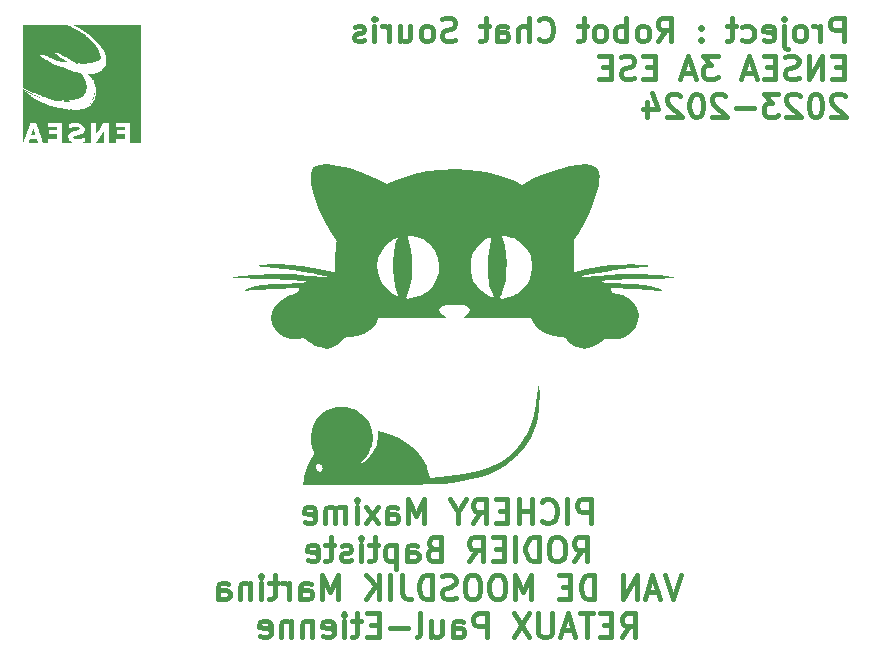
<source format=gbr>
%TF.GenerationSoftware,KiCad,Pcbnew,7.0.7*%
%TF.CreationDate,2023-10-25T17:12:00+02:00*%
%TF.ProjectId,kicad_chat-souris,6b696361-645f-4636-9861-742d736f7572,rev?*%
%TF.SameCoordinates,Original*%
%TF.FileFunction,Legend,Bot*%
%TF.FilePolarity,Positive*%
%FSLAX46Y46*%
G04 Gerber Fmt 4.6, Leading zero omitted, Abs format (unit mm)*
G04 Created by KiCad (PCBNEW 7.0.7) date 2023-10-25 17:12:00*
%MOMM*%
%LPD*%
G01*
G04 APERTURE LIST*
%ADD10C,0.400000*%
G04 APERTURE END LIST*
D10*
X156665238Y-101294438D02*
X156665238Y-99294438D01*
X156665238Y-99294438D02*
X155903333Y-99294438D01*
X155903333Y-99294438D02*
X155712857Y-99389676D01*
X155712857Y-99389676D02*
X155617619Y-99484914D01*
X155617619Y-99484914D02*
X155522381Y-99675390D01*
X155522381Y-99675390D02*
X155522381Y-99961104D01*
X155522381Y-99961104D02*
X155617619Y-100151580D01*
X155617619Y-100151580D02*
X155712857Y-100246819D01*
X155712857Y-100246819D02*
X155903333Y-100342057D01*
X155903333Y-100342057D02*
X156665238Y-100342057D01*
X154665238Y-101294438D02*
X154665238Y-99294438D01*
X152570000Y-101103961D02*
X152665238Y-101199200D01*
X152665238Y-101199200D02*
X152950952Y-101294438D01*
X152950952Y-101294438D02*
X153141428Y-101294438D01*
X153141428Y-101294438D02*
X153427143Y-101199200D01*
X153427143Y-101199200D02*
X153617619Y-101008723D01*
X153617619Y-101008723D02*
X153712857Y-100818247D01*
X153712857Y-100818247D02*
X153808095Y-100437295D01*
X153808095Y-100437295D02*
X153808095Y-100151580D01*
X153808095Y-100151580D02*
X153712857Y-99770628D01*
X153712857Y-99770628D02*
X153617619Y-99580152D01*
X153617619Y-99580152D02*
X153427143Y-99389676D01*
X153427143Y-99389676D02*
X153141428Y-99294438D01*
X153141428Y-99294438D02*
X152950952Y-99294438D01*
X152950952Y-99294438D02*
X152665238Y-99389676D01*
X152665238Y-99389676D02*
X152570000Y-99484914D01*
X151712857Y-101294438D02*
X151712857Y-99294438D01*
X151712857Y-100246819D02*
X150570000Y-100246819D01*
X150570000Y-101294438D02*
X150570000Y-99294438D01*
X149617619Y-100246819D02*
X148950952Y-100246819D01*
X148665238Y-101294438D02*
X149617619Y-101294438D01*
X149617619Y-101294438D02*
X149617619Y-99294438D01*
X149617619Y-99294438D02*
X148665238Y-99294438D01*
X146665238Y-101294438D02*
X147331905Y-100342057D01*
X147808095Y-101294438D02*
X147808095Y-99294438D01*
X147808095Y-99294438D02*
X147046190Y-99294438D01*
X147046190Y-99294438D02*
X146855714Y-99389676D01*
X146855714Y-99389676D02*
X146760476Y-99484914D01*
X146760476Y-99484914D02*
X146665238Y-99675390D01*
X146665238Y-99675390D02*
X146665238Y-99961104D01*
X146665238Y-99961104D02*
X146760476Y-100151580D01*
X146760476Y-100151580D02*
X146855714Y-100246819D01*
X146855714Y-100246819D02*
X147046190Y-100342057D01*
X147046190Y-100342057D02*
X147808095Y-100342057D01*
X145427143Y-100342057D02*
X145427143Y-101294438D01*
X146093809Y-99294438D02*
X145427143Y-100342057D01*
X145427143Y-100342057D02*
X144760476Y-99294438D01*
X142569999Y-101294438D02*
X142569999Y-99294438D01*
X142569999Y-99294438D02*
X141903332Y-100723009D01*
X141903332Y-100723009D02*
X141236666Y-99294438D01*
X141236666Y-99294438D02*
X141236666Y-101294438D01*
X139427142Y-101294438D02*
X139427142Y-100246819D01*
X139427142Y-100246819D02*
X139522380Y-100056342D01*
X139522380Y-100056342D02*
X139712856Y-99961104D01*
X139712856Y-99961104D02*
X140093809Y-99961104D01*
X140093809Y-99961104D02*
X140284285Y-100056342D01*
X139427142Y-101199200D02*
X139617618Y-101294438D01*
X139617618Y-101294438D02*
X140093809Y-101294438D01*
X140093809Y-101294438D02*
X140284285Y-101199200D01*
X140284285Y-101199200D02*
X140379523Y-101008723D01*
X140379523Y-101008723D02*
X140379523Y-100818247D01*
X140379523Y-100818247D02*
X140284285Y-100627771D01*
X140284285Y-100627771D02*
X140093809Y-100532533D01*
X140093809Y-100532533D02*
X139617618Y-100532533D01*
X139617618Y-100532533D02*
X139427142Y-100437295D01*
X138665237Y-101294438D02*
X137617618Y-99961104D01*
X138665237Y-99961104D02*
X137617618Y-101294438D01*
X136855713Y-101294438D02*
X136855713Y-99961104D01*
X136855713Y-99294438D02*
X136950951Y-99389676D01*
X136950951Y-99389676D02*
X136855713Y-99484914D01*
X136855713Y-99484914D02*
X136760475Y-99389676D01*
X136760475Y-99389676D02*
X136855713Y-99294438D01*
X136855713Y-99294438D02*
X136855713Y-99484914D01*
X135903332Y-101294438D02*
X135903332Y-99961104D01*
X135903332Y-100151580D02*
X135808094Y-100056342D01*
X135808094Y-100056342D02*
X135617618Y-99961104D01*
X135617618Y-99961104D02*
X135331903Y-99961104D01*
X135331903Y-99961104D02*
X135141427Y-100056342D01*
X135141427Y-100056342D02*
X135046189Y-100246819D01*
X135046189Y-100246819D02*
X135046189Y-101294438D01*
X135046189Y-100246819D02*
X134950951Y-100056342D01*
X134950951Y-100056342D02*
X134760475Y-99961104D01*
X134760475Y-99961104D02*
X134474761Y-99961104D01*
X134474761Y-99961104D02*
X134284284Y-100056342D01*
X134284284Y-100056342D02*
X134189046Y-100246819D01*
X134189046Y-100246819D02*
X134189046Y-101294438D01*
X132474760Y-101199200D02*
X132665236Y-101294438D01*
X132665236Y-101294438D02*
X133046189Y-101294438D01*
X133046189Y-101294438D02*
X133236665Y-101199200D01*
X133236665Y-101199200D02*
X133331903Y-101008723D01*
X133331903Y-101008723D02*
X133331903Y-100246819D01*
X133331903Y-100246819D02*
X133236665Y-100056342D01*
X133236665Y-100056342D02*
X133046189Y-99961104D01*
X133046189Y-99961104D02*
X132665236Y-99961104D01*
X132665236Y-99961104D02*
X132474760Y-100056342D01*
X132474760Y-100056342D02*
X132379522Y-100246819D01*
X132379522Y-100246819D02*
X132379522Y-100437295D01*
X132379522Y-100437295D02*
X133331903Y-100627771D01*
X155236667Y-104514438D02*
X155903334Y-103562057D01*
X156379524Y-104514438D02*
X156379524Y-102514438D01*
X156379524Y-102514438D02*
X155617619Y-102514438D01*
X155617619Y-102514438D02*
X155427143Y-102609676D01*
X155427143Y-102609676D02*
X155331905Y-102704914D01*
X155331905Y-102704914D02*
X155236667Y-102895390D01*
X155236667Y-102895390D02*
X155236667Y-103181104D01*
X155236667Y-103181104D02*
X155331905Y-103371580D01*
X155331905Y-103371580D02*
X155427143Y-103466819D01*
X155427143Y-103466819D02*
X155617619Y-103562057D01*
X155617619Y-103562057D02*
X156379524Y-103562057D01*
X153998572Y-102514438D02*
X153617619Y-102514438D01*
X153617619Y-102514438D02*
X153427143Y-102609676D01*
X153427143Y-102609676D02*
X153236667Y-102800152D01*
X153236667Y-102800152D02*
X153141429Y-103181104D01*
X153141429Y-103181104D02*
X153141429Y-103847771D01*
X153141429Y-103847771D02*
X153236667Y-104228723D01*
X153236667Y-104228723D02*
X153427143Y-104419200D01*
X153427143Y-104419200D02*
X153617619Y-104514438D01*
X153617619Y-104514438D02*
X153998572Y-104514438D01*
X153998572Y-104514438D02*
X154189048Y-104419200D01*
X154189048Y-104419200D02*
X154379524Y-104228723D01*
X154379524Y-104228723D02*
X154474762Y-103847771D01*
X154474762Y-103847771D02*
X154474762Y-103181104D01*
X154474762Y-103181104D02*
X154379524Y-102800152D01*
X154379524Y-102800152D02*
X154189048Y-102609676D01*
X154189048Y-102609676D02*
X153998572Y-102514438D01*
X152284286Y-104514438D02*
X152284286Y-102514438D01*
X152284286Y-102514438D02*
X151808096Y-102514438D01*
X151808096Y-102514438D02*
X151522381Y-102609676D01*
X151522381Y-102609676D02*
X151331905Y-102800152D01*
X151331905Y-102800152D02*
X151236667Y-102990628D01*
X151236667Y-102990628D02*
X151141429Y-103371580D01*
X151141429Y-103371580D02*
X151141429Y-103657295D01*
X151141429Y-103657295D02*
X151236667Y-104038247D01*
X151236667Y-104038247D02*
X151331905Y-104228723D01*
X151331905Y-104228723D02*
X151522381Y-104419200D01*
X151522381Y-104419200D02*
X151808096Y-104514438D01*
X151808096Y-104514438D02*
X152284286Y-104514438D01*
X150284286Y-104514438D02*
X150284286Y-102514438D01*
X149331905Y-103466819D02*
X148665238Y-103466819D01*
X148379524Y-104514438D02*
X149331905Y-104514438D01*
X149331905Y-104514438D02*
X149331905Y-102514438D01*
X149331905Y-102514438D02*
X148379524Y-102514438D01*
X146379524Y-104514438D02*
X147046191Y-103562057D01*
X147522381Y-104514438D02*
X147522381Y-102514438D01*
X147522381Y-102514438D02*
X146760476Y-102514438D01*
X146760476Y-102514438D02*
X146570000Y-102609676D01*
X146570000Y-102609676D02*
X146474762Y-102704914D01*
X146474762Y-102704914D02*
X146379524Y-102895390D01*
X146379524Y-102895390D02*
X146379524Y-103181104D01*
X146379524Y-103181104D02*
X146474762Y-103371580D01*
X146474762Y-103371580D02*
X146570000Y-103466819D01*
X146570000Y-103466819D02*
X146760476Y-103562057D01*
X146760476Y-103562057D02*
X147522381Y-103562057D01*
X143331904Y-103466819D02*
X143046190Y-103562057D01*
X143046190Y-103562057D02*
X142950952Y-103657295D01*
X142950952Y-103657295D02*
X142855714Y-103847771D01*
X142855714Y-103847771D02*
X142855714Y-104133485D01*
X142855714Y-104133485D02*
X142950952Y-104323961D01*
X142950952Y-104323961D02*
X143046190Y-104419200D01*
X143046190Y-104419200D02*
X143236666Y-104514438D01*
X143236666Y-104514438D02*
X143998571Y-104514438D01*
X143998571Y-104514438D02*
X143998571Y-102514438D01*
X143998571Y-102514438D02*
X143331904Y-102514438D01*
X143331904Y-102514438D02*
X143141428Y-102609676D01*
X143141428Y-102609676D02*
X143046190Y-102704914D01*
X143046190Y-102704914D02*
X142950952Y-102895390D01*
X142950952Y-102895390D02*
X142950952Y-103085866D01*
X142950952Y-103085866D02*
X143046190Y-103276342D01*
X143046190Y-103276342D02*
X143141428Y-103371580D01*
X143141428Y-103371580D02*
X143331904Y-103466819D01*
X143331904Y-103466819D02*
X143998571Y-103466819D01*
X141141428Y-104514438D02*
X141141428Y-103466819D01*
X141141428Y-103466819D02*
X141236666Y-103276342D01*
X141236666Y-103276342D02*
X141427142Y-103181104D01*
X141427142Y-103181104D02*
X141808095Y-103181104D01*
X141808095Y-103181104D02*
X141998571Y-103276342D01*
X141141428Y-104419200D02*
X141331904Y-104514438D01*
X141331904Y-104514438D02*
X141808095Y-104514438D01*
X141808095Y-104514438D02*
X141998571Y-104419200D01*
X141998571Y-104419200D02*
X142093809Y-104228723D01*
X142093809Y-104228723D02*
X142093809Y-104038247D01*
X142093809Y-104038247D02*
X141998571Y-103847771D01*
X141998571Y-103847771D02*
X141808095Y-103752533D01*
X141808095Y-103752533D02*
X141331904Y-103752533D01*
X141331904Y-103752533D02*
X141141428Y-103657295D01*
X140189047Y-103181104D02*
X140189047Y-105181104D01*
X140189047Y-103276342D02*
X139998571Y-103181104D01*
X139998571Y-103181104D02*
X139617618Y-103181104D01*
X139617618Y-103181104D02*
X139427142Y-103276342D01*
X139427142Y-103276342D02*
X139331904Y-103371580D01*
X139331904Y-103371580D02*
X139236666Y-103562057D01*
X139236666Y-103562057D02*
X139236666Y-104133485D01*
X139236666Y-104133485D02*
X139331904Y-104323961D01*
X139331904Y-104323961D02*
X139427142Y-104419200D01*
X139427142Y-104419200D02*
X139617618Y-104514438D01*
X139617618Y-104514438D02*
X139998571Y-104514438D01*
X139998571Y-104514438D02*
X140189047Y-104419200D01*
X138665237Y-103181104D02*
X137903333Y-103181104D01*
X138379523Y-102514438D02*
X138379523Y-104228723D01*
X138379523Y-104228723D02*
X138284285Y-104419200D01*
X138284285Y-104419200D02*
X138093809Y-104514438D01*
X138093809Y-104514438D02*
X137903333Y-104514438D01*
X137236666Y-104514438D02*
X137236666Y-103181104D01*
X137236666Y-102514438D02*
X137331904Y-102609676D01*
X137331904Y-102609676D02*
X137236666Y-102704914D01*
X137236666Y-102704914D02*
X137141428Y-102609676D01*
X137141428Y-102609676D02*
X137236666Y-102514438D01*
X137236666Y-102514438D02*
X137236666Y-102704914D01*
X136379523Y-104419200D02*
X136189047Y-104514438D01*
X136189047Y-104514438D02*
X135808095Y-104514438D01*
X135808095Y-104514438D02*
X135617618Y-104419200D01*
X135617618Y-104419200D02*
X135522380Y-104228723D01*
X135522380Y-104228723D02*
X135522380Y-104133485D01*
X135522380Y-104133485D02*
X135617618Y-103943009D01*
X135617618Y-103943009D02*
X135808095Y-103847771D01*
X135808095Y-103847771D02*
X136093809Y-103847771D01*
X136093809Y-103847771D02*
X136284285Y-103752533D01*
X136284285Y-103752533D02*
X136379523Y-103562057D01*
X136379523Y-103562057D02*
X136379523Y-103466819D01*
X136379523Y-103466819D02*
X136284285Y-103276342D01*
X136284285Y-103276342D02*
X136093809Y-103181104D01*
X136093809Y-103181104D02*
X135808095Y-103181104D01*
X135808095Y-103181104D02*
X135617618Y-103276342D01*
X134950951Y-103181104D02*
X134189047Y-103181104D01*
X134665237Y-102514438D02*
X134665237Y-104228723D01*
X134665237Y-104228723D02*
X134569999Y-104419200D01*
X134569999Y-104419200D02*
X134379523Y-104514438D01*
X134379523Y-104514438D02*
X134189047Y-104514438D01*
X132760475Y-104419200D02*
X132950951Y-104514438D01*
X132950951Y-104514438D02*
X133331904Y-104514438D01*
X133331904Y-104514438D02*
X133522380Y-104419200D01*
X133522380Y-104419200D02*
X133617618Y-104228723D01*
X133617618Y-104228723D02*
X133617618Y-103466819D01*
X133617618Y-103466819D02*
X133522380Y-103276342D01*
X133522380Y-103276342D02*
X133331904Y-103181104D01*
X133331904Y-103181104D02*
X132950951Y-103181104D01*
X132950951Y-103181104D02*
X132760475Y-103276342D01*
X132760475Y-103276342D02*
X132665237Y-103466819D01*
X132665237Y-103466819D02*
X132665237Y-103657295D01*
X132665237Y-103657295D02*
X133617618Y-103847771D01*
X164284286Y-105734438D02*
X163617620Y-107734438D01*
X163617620Y-107734438D02*
X162950953Y-105734438D01*
X162379524Y-107163009D02*
X161427143Y-107163009D01*
X162570000Y-107734438D02*
X161903334Y-105734438D01*
X161903334Y-105734438D02*
X161236667Y-107734438D01*
X160570000Y-107734438D02*
X160570000Y-105734438D01*
X160570000Y-105734438D02*
X159427143Y-107734438D01*
X159427143Y-107734438D02*
X159427143Y-105734438D01*
X156950952Y-107734438D02*
X156950952Y-105734438D01*
X156950952Y-105734438D02*
X156474762Y-105734438D01*
X156474762Y-105734438D02*
X156189047Y-105829676D01*
X156189047Y-105829676D02*
X155998571Y-106020152D01*
X155998571Y-106020152D02*
X155903333Y-106210628D01*
X155903333Y-106210628D02*
X155808095Y-106591580D01*
X155808095Y-106591580D02*
X155808095Y-106877295D01*
X155808095Y-106877295D02*
X155903333Y-107258247D01*
X155903333Y-107258247D02*
X155998571Y-107448723D01*
X155998571Y-107448723D02*
X156189047Y-107639200D01*
X156189047Y-107639200D02*
X156474762Y-107734438D01*
X156474762Y-107734438D02*
X156950952Y-107734438D01*
X154950952Y-106686819D02*
X154284285Y-106686819D01*
X153998571Y-107734438D02*
X154950952Y-107734438D01*
X154950952Y-107734438D02*
X154950952Y-105734438D01*
X154950952Y-105734438D02*
X153998571Y-105734438D01*
X151617618Y-107734438D02*
X151617618Y-105734438D01*
X151617618Y-105734438D02*
X150950951Y-107163009D01*
X150950951Y-107163009D02*
X150284285Y-105734438D01*
X150284285Y-105734438D02*
X150284285Y-107734438D01*
X148950952Y-105734438D02*
X148569999Y-105734438D01*
X148569999Y-105734438D02*
X148379523Y-105829676D01*
X148379523Y-105829676D02*
X148189047Y-106020152D01*
X148189047Y-106020152D02*
X148093809Y-106401104D01*
X148093809Y-106401104D02*
X148093809Y-107067771D01*
X148093809Y-107067771D02*
X148189047Y-107448723D01*
X148189047Y-107448723D02*
X148379523Y-107639200D01*
X148379523Y-107639200D02*
X148569999Y-107734438D01*
X148569999Y-107734438D02*
X148950952Y-107734438D01*
X148950952Y-107734438D02*
X149141428Y-107639200D01*
X149141428Y-107639200D02*
X149331904Y-107448723D01*
X149331904Y-107448723D02*
X149427142Y-107067771D01*
X149427142Y-107067771D02*
X149427142Y-106401104D01*
X149427142Y-106401104D02*
X149331904Y-106020152D01*
X149331904Y-106020152D02*
X149141428Y-105829676D01*
X149141428Y-105829676D02*
X148950952Y-105734438D01*
X146855714Y-105734438D02*
X146474761Y-105734438D01*
X146474761Y-105734438D02*
X146284285Y-105829676D01*
X146284285Y-105829676D02*
X146093809Y-106020152D01*
X146093809Y-106020152D02*
X145998571Y-106401104D01*
X145998571Y-106401104D02*
X145998571Y-107067771D01*
X145998571Y-107067771D02*
X146093809Y-107448723D01*
X146093809Y-107448723D02*
X146284285Y-107639200D01*
X146284285Y-107639200D02*
X146474761Y-107734438D01*
X146474761Y-107734438D02*
X146855714Y-107734438D01*
X146855714Y-107734438D02*
X147046190Y-107639200D01*
X147046190Y-107639200D02*
X147236666Y-107448723D01*
X147236666Y-107448723D02*
X147331904Y-107067771D01*
X147331904Y-107067771D02*
X147331904Y-106401104D01*
X147331904Y-106401104D02*
X147236666Y-106020152D01*
X147236666Y-106020152D02*
X147046190Y-105829676D01*
X147046190Y-105829676D02*
X146855714Y-105734438D01*
X145236666Y-107639200D02*
X144950952Y-107734438D01*
X144950952Y-107734438D02*
X144474761Y-107734438D01*
X144474761Y-107734438D02*
X144284285Y-107639200D01*
X144284285Y-107639200D02*
X144189047Y-107543961D01*
X144189047Y-107543961D02*
X144093809Y-107353485D01*
X144093809Y-107353485D02*
X144093809Y-107163009D01*
X144093809Y-107163009D02*
X144189047Y-106972533D01*
X144189047Y-106972533D02*
X144284285Y-106877295D01*
X144284285Y-106877295D02*
X144474761Y-106782057D01*
X144474761Y-106782057D02*
X144855714Y-106686819D01*
X144855714Y-106686819D02*
X145046190Y-106591580D01*
X145046190Y-106591580D02*
X145141428Y-106496342D01*
X145141428Y-106496342D02*
X145236666Y-106305866D01*
X145236666Y-106305866D02*
X145236666Y-106115390D01*
X145236666Y-106115390D02*
X145141428Y-105924914D01*
X145141428Y-105924914D02*
X145046190Y-105829676D01*
X145046190Y-105829676D02*
X144855714Y-105734438D01*
X144855714Y-105734438D02*
X144379523Y-105734438D01*
X144379523Y-105734438D02*
X144093809Y-105829676D01*
X143236666Y-107734438D02*
X143236666Y-105734438D01*
X143236666Y-105734438D02*
X142760476Y-105734438D01*
X142760476Y-105734438D02*
X142474761Y-105829676D01*
X142474761Y-105829676D02*
X142284285Y-106020152D01*
X142284285Y-106020152D02*
X142189047Y-106210628D01*
X142189047Y-106210628D02*
X142093809Y-106591580D01*
X142093809Y-106591580D02*
X142093809Y-106877295D01*
X142093809Y-106877295D02*
X142189047Y-107258247D01*
X142189047Y-107258247D02*
X142284285Y-107448723D01*
X142284285Y-107448723D02*
X142474761Y-107639200D01*
X142474761Y-107639200D02*
X142760476Y-107734438D01*
X142760476Y-107734438D02*
X143236666Y-107734438D01*
X140665237Y-105734438D02*
X140665237Y-107163009D01*
X140665237Y-107163009D02*
X140760476Y-107448723D01*
X140760476Y-107448723D02*
X140950952Y-107639200D01*
X140950952Y-107639200D02*
X141236666Y-107734438D01*
X141236666Y-107734438D02*
X141427142Y-107734438D01*
X139712856Y-107734438D02*
X139712856Y-105734438D01*
X138760475Y-107734438D02*
X138760475Y-105734438D01*
X137617618Y-107734438D02*
X138474761Y-106591580D01*
X137617618Y-105734438D02*
X138760475Y-106877295D01*
X135236665Y-107734438D02*
X135236665Y-105734438D01*
X135236665Y-105734438D02*
X134569998Y-107163009D01*
X134569998Y-107163009D02*
X133903332Y-105734438D01*
X133903332Y-105734438D02*
X133903332Y-107734438D01*
X132093808Y-107734438D02*
X132093808Y-106686819D01*
X132093808Y-106686819D02*
X132189046Y-106496342D01*
X132189046Y-106496342D02*
X132379522Y-106401104D01*
X132379522Y-106401104D02*
X132760475Y-106401104D01*
X132760475Y-106401104D02*
X132950951Y-106496342D01*
X132093808Y-107639200D02*
X132284284Y-107734438D01*
X132284284Y-107734438D02*
X132760475Y-107734438D01*
X132760475Y-107734438D02*
X132950951Y-107639200D01*
X132950951Y-107639200D02*
X133046189Y-107448723D01*
X133046189Y-107448723D02*
X133046189Y-107258247D01*
X133046189Y-107258247D02*
X132950951Y-107067771D01*
X132950951Y-107067771D02*
X132760475Y-106972533D01*
X132760475Y-106972533D02*
X132284284Y-106972533D01*
X132284284Y-106972533D02*
X132093808Y-106877295D01*
X131141427Y-107734438D02*
X131141427Y-106401104D01*
X131141427Y-106782057D02*
X131046189Y-106591580D01*
X131046189Y-106591580D02*
X130950951Y-106496342D01*
X130950951Y-106496342D02*
X130760475Y-106401104D01*
X130760475Y-106401104D02*
X130569998Y-106401104D01*
X130189046Y-106401104D02*
X129427142Y-106401104D01*
X129903332Y-105734438D02*
X129903332Y-107448723D01*
X129903332Y-107448723D02*
X129808094Y-107639200D01*
X129808094Y-107639200D02*
X129617618Y-107734438D01*
X129617618Y-107734438D02*
X129427142Y-107734438D01*
X128760475Y-107734438D02*
X128760475Y-106401104D01*
X128760475Y-105734438D02*
X128855713Y-105829676D01*
X128855713Y-105829676D02*
X128760475Y-105924914D01*
X128760475Y-105924914D02*
X128665237Y-105829676D01*
X128665237Y-105829676D02*
X128760475Y-105734438D01*
X128760475Y-105734438D02*
X128760475Y-105924914D01*
X127808094Y-106401104D02*
X127808094Y-107734438D01*
X127808094Y-106591580D02*
X127712856Y-106496342D01*
X127712856Y-106496342D02*
X127522380Y-106401104D01*
X127522380Y-106401104D02*
X127236665Y-106401104D01*
X127236665Y-106401104D02*
X127046189Y-106496342D01*
X127046189Y-106496342D02*
X126950951Y-106686819D01*
X126950951Y-106686819D02*
X126950951Y-107734438D01*
X125141427Y-107734438D02*
X125141427Y-106686819D01*
X125141427Y-106686819D02*
X125236665Y-106496342D01*
X125236665Y-106496342D02*
X125427141Y-106401104D01*
X125427141Y-106401104D02*
X125808094Y-106401104D01*
X125808094Y-106401104D02*
X125998570Y-106496342D01*
X125141427Y-107639200D02*
X125331903Y-107734438D01*
X125331903Y-107734438D02*
X125808094Y-107734438D01*
X125808094Y-107734438D02*
X125998570Y-107639200D01*
X125998570Y-107639200D02*
X126093808Y-107448723D01*
X126093808Y-107448723D02*
X126093808Y-107258247D01*
X126093808Y-107258247D02*
X125998570Y-107067771D01*
X125998570Y-107067771D02*
X125808094Y-106972533D01*
X125808094Y-106972533D02*
X125331903Y-106972533D01*
X125331903Y-106972533D02*
X125141427Y-106877295D01*
X159284286Y-110954438D02*
X159950953Y-110002057D01*
X160427143Y-110954438D02*
X160427143Y-108954438D01*
X160427143Y-108954438D02*
X159665238Y-108954438D01*
X159665238Y-108954438D02*
X159474762Y-109049676D01*
X159474762Y-109049676D02*
X159379524Y-109144914D01*
X159379524Y-109144914D02*
X159284286Y-109335390D01*
X159284286Y-109335390D02*
X159284286Y-109621104D01*
X159284286Y-109621104D02*
X159379524Y-109811580D01*
X159379524Y-109811580D02*
X159474762Y-109906819D01*
X159474762Y-109906819D02*
X159665238Y-110002057D01*
X159665238Y-110002057D02*
X160427143Y-110002057D01*
X158427143Y-109906819D02*
X157760476Y-109906819D01*
X157474762Y-110954438D02*
X158427143Y-110954438D01*
X158427143Y-110954438D02*
X158427143Y-108954438D01*
X158427143Y-108954438D02*
X157474762Y-108954438D01*
X156903333Y-108954438D02*
X155760476Y-108954438D01*
X156331905Y-110954438D02*
X156331905Y-108954438D01*
X155189047Y-110383009D02*
X154236666Y-110383009D01*
X155379523Y-110954438D02*
X154712857Y-108954438D01*
X154712857Y-108954438D02*
X154046190Y-110954438D01*
X153379523Y-108954438D02*
X153379523Y-110573485D01*
X153379523Y-110573485D02*
X153284285Y-110763961D01*
X153284285Y-110763961D02*
X153189047Y-110859200D01*
X153189047Y-110859200D02*
X152998571Y-110954438D01*
X152998571Y-110954438D02*
X152617618Y-110954438D01*
X152617618Y-110954438D02*
X152427142Y-110859200D01*
X152427142Y-110859200D02*
X152331904Y-110763961D01*
X152331904Y-110763961D02*
X152236666Y-110573485D01*
X152236666Y-110573485D02*
X152236666Y-108954438D01*
X151474761Y-108954438D02*
X150141428Y-110954438D01*
X150141428Y-108954438D02*
X151474761Y-110954438D01*
X147855713Y-110954438D02*
X147855713Y-108954438D01*
X147855713Y-108954438D02*
X147093808Y-108954438D01*
X147093808Y-108954438D02*
X146903332Y-109049676D01*
X146903332Y-109049676D02*
X146808094Y-109144914D01*
X146808094Y-109144914D02*
X146712856Y-109335390D01*
X146712856Y-109335390D02*
X146712856Y-109621104D01*
X146712856Y-109621104D02*
X146808094Y-109811580D01*
X146808094Y-109811580D02*
X146903332Y-109906819D01*
X146903332Y-109906819D02*
X147093808Y-110002057D01*
X147093808Y-110002057D02*
X147855713Y-110002057D01*
X144998570Y-110954438D02*
X144998570Y-109906819D01*
X144998570Y-109906819D02*
X145093808Y-109716342D01*
X145093808Y-109716342D02*
X145284284Y-109621104D01*
X145284284Y-109621104D02*
X145665237Y-109621104D01*
X145665237Y-109621104D02*
X145855713Y-109716342D01*
X144998570Y-110859200D02*
X145189046Y-110954438D01*
X145189046Y-110954438D02*
X145665237Y-110954438D01*
X145665237Y-110954438D02*
X145855713Y-110859200D01*
X145855713Y-110859200D02*
X145950951Y-110668723D01*
X145950951Y-110668723D02*
X145950951Y-110478247D01*
X145950951Y-110478247D02*
X145855713Y-110287771D01*
X145855713Y-110287771D02*
X145665237Y-110192533D01*
X145665237Y-110192533D02*
X145189046Y-110192533D01*
X145189046Y-110192533D02*
X144998570Y-110097295D01*
X143189046Y-109621104D02*
X143189046Y-110954438D01*
X144046189Y-109621104D02*
X144046189Y-110668723D01*
X144046189Y-110668723D02*
X143950951Y-110859200D01*
X143950951Y-110859200D02*
X143760475Y-110954438D01*
X143760475Y-110954438D02*
X143474760Y-110954438D01*
X143474760Y-110954438D02*
X143284284Y-110859200D01*
X143284284Y-110859200D02*
X143189046Y-110763961D01*
X141950951Y-110954438D02*
X142141427Y-110859200D01*
X142141427Y-110859200D02*
X142236665Y-110668723D01*
X142236665Y-110668723D02*
X142236665Y-108954438D01*
X141189046Y-110192533D02*
X139665237Y-110192533D01*
X138712856Y-109906819D02*
X138046189Y-109906819D01*
X137760475Y-110954438D02*
X138712856Y-110954438D01*
X138712856Y-110954438D02*
X138712856Y-108954438D01*
X138712856Y-108954438D02*
X137760475Y-108954438D01*
X137189046Y-109621104D02*
X136427142Y-109621104D01*
X136903332Y-108954438D02*
X136903332Y-110668723D01*
X136903332Y-110668723D02*
X136808094Y-110859200D01*
X136808094Y-110859200D02*
X136617618Y-110954438D01*
X136617618Y-110954438D02*
X136427142Y-110954438D01*
X135760475Y-110954438D02*
X135760475Y-109621104D01*
X135760475Y-108954438D02*
X135855713Y-109049676D01*
X135855713Y-109049676D02*
X135760475Y-109144914D01*
X135760475Y-109144914D02*
X135665237Y-109049676D01*
X135665237Y-109049676D02*
X135760475Y-108954438D01*
X135760475Y-108954438D02*
X135760475Y-109144914D01*
X134046189Y-110859200D02*
X134236665Y-110954438D01*
X134236665Y-110954438D02*
X134617618Y-110954438D01*
X134617618Y-110954438D02*
X134808094Y-110859200D01*
X134808094Y-110859200D02*
X134903332Y-110668723D01*
X134903332Y-110668723D02*
X134903332Y-109906819D01*
X134903332Y-109906819D02*
X134808094Y-109716342D01*
X134808094Y-109716342D02*
X134617618Y-109621104D01*
X134617618Y-109621104D02*
X134236665Y-109621104D01*
X134236665Y-109621104D02*
X134046189Y-109716342D01*
X134046189Y-109716342D02*
X133950951Y-109906819D01*
X133950951Y-109906819D02*
X133950951Y-110097295D01*
X133950951Y-110097295D02*
X134903332Y-110287771D01*
X133093808Y-109621104D02*
X133093808Y-110954438D01*
X133093808Y-109811580D02*
X132998570Y-109716342D01*
X132998570Y-109716342D02*
X132808094Y-109621104D01*
X132808094Y-109621104D02*
X132522379Y-109621104D01*
X132522379Y-109621104D02*
X132331903Y-109716342D01*
X132331903Y-109716342D02*
X132236665Y-109906819D01*
X132236665Y-109906819D02*
X132236665Y-110954438D01*
X131284284Y-109621104D02*
X131284284Y-110954438D01*
X131284284Y-109811580D02*
X131189046Y-109716342D01*
X131189046Y-109716342D02*
X130998570Y-109621104D01*
X130998570Y-109621104D02*
X130712855Y-109621104D01*
X130712855Y-109621104D02*
X130522379Y-109716342D01*
X130522379Y-109716342D02*
X130427141Y-109906819D01*
X130427141Y-109906819D02*
X130427141Y-110954438D01*
X128712855Y-110859200D02*
X128903331Y-110954438D01*
X128903331Y-110954438D02*
X129284284Y-110954438D01*
X129284284Y-110954438D02*
X129474760Y-110859200D01*
X129474760Y-110859200D02*
X129569998Y-110668723D01*
X129569998Y-110668723D02*
X129569998Y-109906819D01*
X129569998Y-109906819D02*
X129474760Y-109716342D01*
X129474760Y-109716342D02*
X129284284Y-109621104D01*
X129284284Y-109621104D02*
X128903331Y-109621104D01*
X128903331Y-109621104D02*
X128712855Y-109716342D01*
X128712855Y-109716342D02*
X128617617Y-109906819D01*
X128617617Y-109906819D02*
X128617617Y-110097295D01*
X128617617Y-110097295D02*
X129569998Y-110287771D01*
X178080652Y-60514438D02*
X178080652Y-58514438D01*
X178080652Y-58514438D02*
X177318747Y-58514438D01*
X177318747Y-58514438D02*
X177128271Y-58609676D01*
X177128271Y-58609676D02*
X177033033Y-58704914D01*
X177033033Y-58704914D02*
X176937795Y-58895390D01*
X176937795Y-58895390D02*
X176937795Y-59181104D01*
X176937795Y-59181104D02*
X177033033Y-59371580D01*
X177033033Y-59371580D02*
X177128271Y-59466819D01*
X177128271Y-59466819D02*
X177318747Y-59562057D01*
X177318747Y-59562057D02*
X178080652Y-59562057D01*
X176080652Y-60514438D02*
X176080652Y-59181104D01*
X176080652Y-59562057D02*
X175985414Y-59371580D01*
X175985414Y-59371580D02*
X175890176Y-59276342D01*
X175890176Y-59276342D02*
X175699700Y-59181104D01*
X175699700Y-59181104D02*
X175509223Y-59181104D01*
X174556843Y-60514438D02*
X174747319Y-60419200D01*
X174747319Y-60419200D02*
X174842557Y-60323961D01*
X174842557Y-60323961D02*
X174937795Y-60133485D01*
X174937795Y-60133485D02*
X174937795Y-59562057D01*
X174937795Y-59562057D02*
X174842557Y-59371580D01*
X174842557Y-59371580D02*
X174747319Y-59276342D01*
X174747319Y-59276342D02*
X174556843Y-59181104D01*
X174556843Y-59181104D02*
X174271128Y-59181104D01*
X174271128Y-59181104D02*
X174080652Y-59276342D01*
X174080652Y-59276342D02*
X173985414Y-59371580D01*
X173985414Y-59371580D02*
X173890176Y-59562057D01*
X173890176Y-59562057D02*
X173890176Y-60133485D01*
X173890176Y-60133485D02*
X173985414Y-60323961D01*
X173985414Y-60323961D02*
X174080652Y-60419200D01*
X174080652Y-60419200D02*
X174271128Y-60514438D01*
X174271128Y-60514438D02*
X174556843Y-60514438D01*
X173033033Y-59181104D02*
X173033033Y-60895390D01*
X173033033Y-60895390D02*
X173128271Y-61085866D01*
X173128271Y-61085866D02*
X173318747Y-61181104D01*
X173318747Y-61181104D02*
X173413985Y-61181104D01*
X173033033Y-58514438D02*
X173128271Y-58609676D01*
X173128271Y-58609676D02*
X173033033Y-58704914D01*
X173033033Y-58704914D02*
X172937795Y-58609676D01*
X172937795Y-58609676D02*
X173033033Y-58514438D01*
X173033033Y-58514438D02*
X173033033Y-58704914D01*
X171318747Y-60419200D02*
X171509223Y-60514438D01*
X171509223Y-60514438D02*
X171890176Y-60514438D01*
X171890176Y-60514438D02*
X172080652Y-60419200D01*
X172080652Y-60419200D02*
X172175890Y-60228723D01*
X172175890Y-60228723D02*
X172175890Y-59466819D01*
X172175890Y-59466819D02*
X172080652Y-59276342D01*
X172080652Y-59276342D02*
X171890176Y-59181104D01*
X171890176Y-59181104D02*
X171509223Y-59181104D01*
X171509223Y-59181104D02*
X171318747Y-59276342D01*
X171318747Y-59276342D02*
X171223509Y-59466819D01*
X171223509Y-59466819D02*
X171223509Y-59657295D01*
X171223509Y-59657295D02*
X172175890Y-59847771D01*
X169509223Y-60419200D02*
X169699699Y-60514438D01*
X169699699Y-60514438D02*
X170080652Y-60514438D01*
X170080652Y-60514438D02*
X170271128Y-60419200D01*
X170271128Y-60419200D02*
X170366366Y-60323961D01*
X170366366Y-60323961D02*
X170461604Y-60133485D01*
X170461604Y-60133485D02*
X170461604Y-59562057D01*
X170461604Y-59562057D02*
X170366366Y-59371580D01*
X170366366Y-59371580D02*
X170271128Y-59276342D01*
X170271128Y-59276342D02*
X170080652Y-59181104D01*
X170080652Y-59181104D02*
X169699699Y-59181104D01*
X169699699Y-59181104D02*
X169509223Y-59276342D01*
X168937794Y-59181104D02*
X168175890Y-59181104D01*
X168652080Y-58514438D02*
X168652080Y-60228723D01*
X168652080Y-60228723D02*
X168556842Y-60419200D01*
X168556842Y-60419200D02*
X168366366Y-60514438D01*
X168366366Y-60514438D02*
X168175890Y-60514438D01*
X165985413Y-60323961D02*
X165890175Y-60419200D01*
X165890175Y-60419200D02*
X165985413Y-60514438D01*
X165985413Y-60514438D02*
X166080651Y-60419200D01*
X166080651Y-60419200D02*
X165985413Y-60323961D01*
X165985413Y-60323961D02*
X165985413Y-60514438D01*
X165985413Y-59276342D02*
X165890175Y-59371580D01*
X165890175Y-59371580D02*
X165985413Y-59466819D01*
X165985413Y-59466819D02*
X166080651Y-59371580D01*
X166080651Y-59371580D02*
X165985413Y-59276342D01*
X165985413Y-59276342D02*
X165985413Y-59466819D01*
X162366365Y-60514438D02*
X163033032Y-59562057D01*
X163509222Y-60514438D02*
X163509222Y-58514438D01*
X163509222Y-58514438D02*
X162747317Y-58514438D01*
X162747317Y-58514438D02*
X162556841Y-58609676D01*
X162556841Y-58609676D02*
X162461603Y-58704914D01*
X162461603Y-58704914D02*
X162366365Y-58895390D01*
X162366365Y-58895390D02*
X162366365Y-59181104D01*
X162366365Y-59181104D02*
X162461603Y-59371580D01*
X162461603Y-59371580D02*
X162556841Y-59466819D01*
X162556841Y-59466819D02*
X162747317Y-59562057D01*
X162747317Y-59562057D02*
X163509222Y-59562057D01*
X161223508Y-60514438D02*
X161413984Y-60419200D01*
X161413984Y-60419200D02*
X161509222Y-60323961D01*
X161509222Y-60323961D02*
X161604460Y-60133485D01*
X161604460Y-60133485D02*
X161604460Y-59562057D01*
X161604460Y-59562057D02*
X161509222Y-59371580D01*
X161509222Y-59371580D02*
X161413984Y-59276342D01*
X161413984Y-59276342D02*
X161223508Y-59181104D01*
X161223508Y-59181104D02*
X160937793Y-59181104D01*
X160937793Y-59181104D02*
X160747317Y-59276342D01*
X160747317Y-59276342D02*
X160652079Y-59371580D01*
X160652079Y-59371580D02*
X160556841Y-59562057D01*
X160556841Y-59562057D02*
X160556841Y-60133485D01*
X160556841Y-60133485D02*
X160652079Y-60323961D01*
X160652079Y-60323961D02*
X160747317Y-60419200D01*
X160747317Y-60419200D02*
X160937793Y-60514438D01*
X160937793Y-60514438D02*
X161223508Y-60514438D01*
X159699698Y-60514438D02*
X159699698Y-58514438D01*
X159699698Y-59276342D02*
X159509222Y-59181104D01*
X159509222Y-59181104D02*
X159128269Y-59181104D01*
X159128269Y-59181104D02*
X158937793Y-59276342D01*
X158937793Y-59276342D02*
X158842555Y-59371580D01*
X158842555Y-59371580D02*
X158747317Y-59562057D01*
X158747317Y-59562057D02*
X158747317Y-60133485D01*
X158747317Y-60133485D02*
X158842555Y-60323961D01*
X158842555Y-60323961D02*
X158937793Y-60419200D01*
X158937793Y-60419200D02*
X159128269Y-60514438D01*
X159128269Y-60514438D02*
X159509222Y-60514438D01*
X159509222Y-60514438D02*
X159699698Y-60419200D01*
X157604460Y-60514438D02*
X157794936Y-60419200D01*
X157794936Y-60419200D02*
X157890174Y-60323961D01*
X157890174Y-60323961D02*
X157985412Y-60133485D01*
X157985412Y-60133485D02*
X157985412Y-59562057D01*
X157985412Y-59562057D02*
X157890174Y-59371580D01*
X157890174Y-59371580D02*
X157794936Y-59276342D01*
X157794936Y-59276342D02*
X157604460Y-59181104D01*
X157604460Y-59181104D02*
X157318745Y-59181104D01*
X157318745Y-59181104D02*
X157128269Y-59276342D01*
X157128269Y-59276342D02*
X157033031Y-59371580D01*
X157033031Y-59371580D02*
X156937793Y-59562057D01*
X156937793Y-59562057D02*
X156937793Y-60133485D01*
X156937793Y-60133485D02*
X157033031Y-60323961D01*
X157033031Y-60323961D02*
X157128269Y-60419200D01*
X157128269Y-60419200D02*
X157318745Y-60514438D01*
X157318745Y-60514438D02*
X157604460Y-60514438D01*
X156366364Y-59181104D02*
X155604460Y-59181104D01*
X156080650Y-58514438D02*
X156080650Y-60228723D01*
X156080650Y-60228723D02*
X155985412Y-60419200D01*
X155985412Y-60419200D02*
X155794936Y-60514438D01*
X155794936Y-60514438D02*
X155604460Y-60514438D01*
X152271126Y-60323961D02*
X152366364Y-60419200D01*
X152366364Y-60419200D02*
X152652078Y-60514438D01*
X152652078Y-60514438D02*
X152842554Y-60514438D01*
X152842554Y-60514438D02*
X153128269Y-60419200D01*
X153128269Y-60419200D02*
X153318745Y-60228723D01*
X153318745Y-60228723D02*
X153413983Y-60038247D01*
X153413983Y-60038247D02*
X153509221Y-59657295D01*
X153509221Y-59657295D02*
X153509221Y-59371580D01*
X153509221Y-59371580D02*
X153413983Y-58990628D01*
X153413983Y-58990628D02*
X153318745Y-58800152D01*
X153318745Y-58800152D02*
X153128269Y-58609676D01*
X153128269Y-58609676D02*
X152842554Y-58514438D01*
X152842554Y-58514438D02*
X152652078Y-58514438D01*
X152652078Y-58514438D02*
X152366364Y-58609676D01*
X152366364Y-58609676D02*
X152271126Y-58704914D01*
X151413983Y-60514438D02*
X151413983Y-58514438D01*
X150556840Y-60514438D02*
X150556840Y-59466819D01*
X150556840Y-59466819D02*
X150652078Y-59276342D01*
X150652078Y-59276342D02*
X150842554Y-59181104D01*
X150842554Y-59181104D02*
X151128269Y-59181104D01*
X151128269Y-59181104D02*
X151318745Y-59276342D01*
X151318745Y-59276342D02*
X151413983Y-59371580D01*
X148747316Y-60514438D02*
X148747316Y-59466819D01*
X148747316Y-59466819D02*
X148842554Y-59276342D01*
X148842554Y-59276342D02*
X149033030Y-59181104D01*
X149033030Y-59181104D02*
X149413983Y-59181104D01*
X149413983Y-59181104D02*
X149604459Y-59276342D01*
X148747316Y-60419200D02*
X148937792Y-60514438D01*
X148937792Y-60514438D02*
X149413983Y-60514438D01*
X149413983Y-60514438D02*
X149604459Y-60419200D01*
X149604459Y-60419200D02*
X149699697Y-60228723D01*
X149699697Y-60228723D02*
X149699697Y-60038247D01*
X149699697Y-60038247D02*
X149604459Y-59847771D01*
X149604459Y-59847771D02*
X149413983Y-59752533D01*
X149413983Y-59752533D02*
X148937792Y-59752533D01*
X148937792Y-59752533D02*
X148747316Y-59657295D01*
X148080649Y-59181104D02*
X147318745Y-59181104D01*
X147794935Y-58514438D02*
X147794935Y-60228723D01*
X147794935Y-60228723D02*
X147699697Y-60419200D01*
X147699697Y-60419200D02*
X147509221Y-60514438D01*
X147509221Y-60514438D02*
X147318745Y-60514438D01*
X145223506Y-60419200D02*
X144937792Y-60514438D01*
X144937792Y-60514438D02*
X144461601Y-60514438D01*
X144461601Y-60514438D02*
X144271125Y-60419200D01*
X144271125Y-60419200D02*
X144175887Y-60323961D01*
X144175887Y-60323961D02*
X144080649Y-60133485D01*
X144080649Y-60133485D02*
X144080649Y-59943009D01*
X144080649Y-59943009D02*
X144175887Y-59752533D01*
X144175887Y-59752533D02*
X144271125Y-59657295D01*
X144271125Y-59657295D02*
X144461601Y-59562057D01*
X144461601Y-59562057D02*
X144842554Y-59466819D01*
X144842554Y-59466819D02*
X145033030Y-59371580D01*
X145033030Y-59371580D02*
X145128268Y-59276342D01*
X145128268Y-59276342D02*
X145223506Y-59085866D01*
X145223506Y-59085866D02*
X145223506Y-58895390D01*
X145223506Y-58895390D02*
X145128268Y-58704914D01*
X145128268Y-58704914D02*
X145033030Y-58609676D01*
X145033030Y-58609676D02*
X144842554Y-58514438D01*
X144842554Y-58514438D02*
X144366363Y-58514438D01*
X144366363Y-58514438D02*
X144080649Y-58609676D01*
X142937792Y-60514438D02*
X143128268Y-60419200D01*
X143128268Y-60419200D02*
X143223506Y-60323961D01*
X143223506Y-60323961D02*
X143318744Y-60133485D01*
X143318744Y-60133485D02*
X143318744Y-59562057D01*
X143318744Y-59562057D02*
X143223506Y-59371580D01*
X143223506Y-59371580D02*
X143128268Y-59276342D01*
X143128268Y-59276342D02*
X142937792Y-59181104D01*
X142937792Y-59181104D02*
X142652077Y-59181104D01*
X142652077Y-59181104D02*
X142461601Y-59276342D01*
X142461601Y-59276342D02*
X142366363Y-59371580D01*
X142366363Y-59371580D02*
X142271125Y-59562057D01*
X142271125Y-59562057D02*
X142271125Y-60133485D01*
X142271125Y-60133485D02*
X142366363Y-60323961D01*
X142366363Y-60323961D02*
X142461601Y-60419200D01*
X142461601Y-60419200D02*
X142652077Y-60514438D01*
X142652077Y-60514438D02*
X142937792Y-60514438D01*
X140556839Y-59181104D02*
X140556839Y-60514438D01*
X141413982Y-59181104D02*
X141413982Y-60228723D01*
X141413982Y-60228723D02*
X141318744Y-60419200D01*
X141318744Y-60419200D02*
X141128268Y-60514438D01*
X141128268Y-60514438D02*
X140842553Y-60514438D01*
X140842553Y-60514438D02*
X140652077Y-60419200D01*
X140652077Y-60419200D02*
X140556839Y-60323961D01*
X139604458Y-60514438D02*
X139604458Y-59181104D01*
X139604458Y-59562057D02*
X139509220Y-59371580D01*
X139509220Y-59371580D02*
X139413982Y-59276342D01*
X139413982Y-59276342D02*
X139223506Y-59181104D01*
X139223506Y-59181104D02*
X139033029Y-59181104D01*
X138366363Y-60514438D02*
X138366363Y-59181104D01*
X138366363Y-58514438D02*
X138461601Y-58609676D01*
X138461601Y-58609676D02*
X138366363Y-58704914D01*
X138366363Y-58704914D02*
X138271125Y-58609676D01*
X138271125Y-58609676D02*
X138366363Y-58514438D01*
X138366363Y-58514438D02*
X138366363Y-58704914D01*
X137509220Y-60419200D02*
X137318744Y-60514438D01*
X137318744Y-60514438D02*
X136937792Y-60514438D01*
X136937792Y-60514438D02*
X136747315Y-60419200D01*
X136747315Y-60419200D02*
X136652077Y-60228723D01*
X136652077Y-60228723D02*
X136652077Y-60133485D01*
X136652077Y-60133485D02*
X136747315Y-59943009D01*
X136747315Y-59943009D02*
X136937792Y-59847771D01*
X136937792Y-59847771D02*
X137223506Y-59847771D01*
X137223506Y-59847771D02*
X137413982Y-59752533D01*
X137413982Y-59752533D02*
X137509220Y-59562057D01*
X137509220Y-59562057D02*
X137509220Y-59466819D01*
X137509220Y-59466819D02*
X137413982Y-59276342D01*
X137413982Y-59276342D02*
X137223506Y-59181104D01*
X137223506Y-59181104D02*
X136937792Y-59181104D01*
X136937792Y-59181104D02*
X136747315Y-59276342D01*
X178080652Y-62686819D02*
X177413985Y-62686819D01*
X177128271Y-63734438D02*
X178080652Y-63734438D01*
X178080652Y-63734438D02*
X178080652Y-61734438D01*
X178080652Y-61734438D02*
X177128271Y-61734438D01*
X176271128Y-63734438D02*
X176271128Y-61734438D01*
X176271128Y-61734438D02*
X175128271Y-63734438D01*
X175128271Y-63734438D02*
X175128271Y-61734438D01*
X174271128Y-63639200D02*
X173985414Y-63734438D01*
X173985414Y-63734438D02*
X173509223Y-63734438D01*
X173509223Y-63734438D02*
X173318747Y-63639200D01*
X173318747Y-63639200D02*
X173223509Y-63543961D01*
X173223509Y-63543961D02*
X173128271Y-63353485D01*
X173128271Y-63353485D02*
X173128271Y-63163009D01*
X173128271Y-63163009D02*
X173223509Y-62972533D01*
X173223509Y-62972533D02*
X173318747Y-62877295D01*
X173318747Y-62877295D02*
X173509223Y-62782057D01*
X173509223Y-62782057D02*
X173890176Y-62686819D01*
X173890176Y-62686819D02*
X174080652Y-62591580D01*
X174080652Y-62591580D02*
X174175890Y-62496342D01*
X174175890Y-62496342D02*
X174271128Y-62305866D01*
X174271128Y-62305866D02*
X174271128Y-62115390D01*
X174271128Y-62115390D02*
X174175890Y-61924914D01*
X174175890Y-61924914D02*
X174080652Y-61829676D01*
X174080652Y-61829676D02*
X173890176Y-61734438D01*
X173890176Y-61734438D02*
X173413985Y-61734438D01*
X173413985Y-61734438D02*
X173128271Y-61829676D01*
X172271128Y-62686819D02*
X171604461Y-62686819D01*
X171318747Y-63734438D02*
X172271128Y-63734438D01*
X172271128Y-63734438D02*
X172271128Y-61734438D01*
X172271128Y-61734438D02*
X171318747Y-61734438D01*
X170556842Y-63163009D02*
X169604461Y-63163009D01*
X170747318Y-63734438D02*
X170080652Y-61734438D01*
X170080652Y-61734438D02*
X169413985Y-63734438D01*
X167413984Y-61734438D02*
X166175889Y-61734438D01*
X166175889Y-61734438D02*
X166842556Y-62496342D01*
X166842556Y-62496342D02*
X166556841Y-62496342D01*
X166556841Y-62496342D02*
X166366365Y-62591580D01*
X166366365Y-62591580D02*
X166271127Y-62686819D01*
X166271127Y-62686819D02*
X166175889Y-62877295D01*
X166175889Y-62877295D02*
X166175889Y-63353485D01*
X166175889Y-63353485D02*
X166271127Y-63543961D01*
X166271127Y-63543961D02*
X166366365Y-63639200D01*
X166366365Y-63639200D02*
X166556841Y-63734438D01*
X166556841Y-63734438D02*
X167128270Y-63734438D01*
X167128270Y-63734438D02*
X167318746Y-63639200D01*
X167318746Y-63639200D02*
X167413984Y-63543961D01*
X165413984Y-63163009D02*
X164461603Y-63163009D01*
X165604460Y-63734438D02*
X164937794Y-61734438D01*
X164937794Y-61734438D02*
X164271127Y-63734438D01*
X162080650Y-62686819D02*
X161413983Y-62686819D01*
X161128269Y-63734438D02*
X162080650Y-63734438D01*
X162080650Y-63734438D02*
X162080650Y-61734438D01*
X162080650Y-61734438D02*
X161128269Y-61734438D01*
X160366364Y-63639200D02*
X160080650Y-63734438D01*
X160080650Y-63734438D02*
X159604459Y-63734438D01*
X159604459Y-63734438D02*
X159413983Y-63639200D01*
X159413983Y-63639200D02*
X159318745Y-63543961D01*
X159318745Y-63543961D02*
X159223507Y-63353485D01*
X159223507Y-63353485D02*
X159223507Y-63163009D01*
X159223507Y-63163009D02*
X159318745Y-62972533D01*
X159318745Y-62972533D02*
X159413983Y-62877295D01*
X159413983Y-62877295D02*
X159604459Y-62782057D01*
X159604459Y-62782057D02*
X159985412Y-62686819D01*
X159985412Y-62686819D02*
X160175888Y-62591580D01*
X160175888Y-62591580D02*
X160271126Y-62496342D01*
X160271126Y-62496342D02*
X160366364Y-62305866D01*
X160366364Y-62305866D02*
X160366364Y-62115390D01*
X160366364Y-62115390D02*
X160271126Y-61924914D01*
X160271126Y-61924914D02*
X160175888Y-61829676D01*
X160175888Y-61829676D02*
X159985412Y-61734438D01*
X159985412Y-61734438D02*
X159509221Y-61734438D01*
X159509221Y-61734438D02*
X159223507Y-61829676D01*
X158366364Y-62686819D02*
X157699697Y-62686819D01*
X157413983Y-63734438D02*
X158366364Y-63734438D01*
X158366364Y-63734438D02*
X158366364Y-61734438D01*
X158366364Y-61734438D02*
X157413983Y-61734438D01*
X178175890Y-65144914D02*
X178080652Y-65049676D01*
X178080652Y-65049676D02*
X177890176Y-64954438D01*
X177890176Y-64954438D02*
X177413985Y-64954438D01*
X177413985Y-64954438D02*
X177223509Y-65049676D01*
X177223509Y-65049676D02*
X177128271Y-65144914D01*
X177128271Y-65144914D02*
X177033033Y-65335390D01*
X177033033Y-65335390D02*
X177033033Y-65525866D01*
X177033033Y-65525866D02*
X177128271Y-65811580D01*
X177128271Y-65811580D02*
X178271128Y-66954438D01*
X178271128Y-66954438D02*
X177033033Y-66954438D01*
X175794938Y-64954438D02*
X175604461Y-64954438D01*
X175604461Y-64954438D02*
X175413985Y-65049676D01*
X175413985Y-65049676D02*
X175318747Y-65144914D01*
X175318747Y-65144914D02*
X175223509Y-65335390D01*
X175223509Y-65335390D02*
X175128271Y-65716342D01*
X175128271Y-65716342D02*
X175128271Y-66192533D01*
X175128271Y-66192533D02*
X175223509Y-66573485D01*
X175223509Y-66573485D02*
X175318747Y-66763961D01*
X175318747Y-66763961D02*
X175413985Y-66859200D01*
X175413985Y-66859200D02*
X175604461Y-66954438D01*
X175604461Y-66954438D02*
X175794938Y-66954438D01*
X175794938Y-66954438D02*
X175985414Y-66859200D01*
X175985414Y-66859200D02*
X176080652Y-66763961D01*
X176080652Y-66763961D02*
X176175890Y-66573485D01*
X176175890Y-66573485D02*
X176271128Y-66192533D01*
X176271128Y-66192533D02*
X176271128Y-65716342D01*
X176271128Y-65716342D02*
X176175890Y-65335390D01*
X176175890Y-65335390D02*
X176080652Y-65144914D01*
X176080652Y-65144914D02*
X175985414Y-65049676D01*
X175985414Y-65049676D02*
X175794938Y-64954438D01*
X174366366Y-65144914D02*
X174271128Y-65049676D01*
X174271128Y-65049676D02*
X174080652Y-64954438D01*
X174080652Y-64954438D02*
X173604461Y-64954438D01*
X173604461Y-64954438D02*
X173413985Y-65049676D01*
X173413985Y-65049676D02*
X173318747Y-65144914D01*
X173318747Y-65144914D02*
X173223509Y-65335390D01*
X173223509Y-65335390D02*
X173223509Y-65525866D01*
X173223509Y-65525866D02*
X173318747Y-65811580D01*
X173318747Y-65811580D02*
X174461604Y-66954438D01*
X174461604Y-66954438D02*
X173223509Y-66954438D01*
X172556842Y-64954438D02*
X171318747Y-64954438D01*
X171318747Y-64954438D02*
X171985414Y-65716342D01*
X171985414Y-65716342D02*
X171699699Y-65716342D01*
X171699699Y-65716342D02*
X171509223Y-65811580D01*
X171509223Y-65811580D02*
X171413985Y-65906819D01*
X171413985Y-65906819D02*
X171318747Y-66097295D01*
X171318747Y-66097295D02*
X171318747Y-66573485D01*
X171318747Y-66573485D02*
X171413985Y-66763961D01*
X171413985Y-66763961D02*
X171509223Y-66859200D01*
X171509223Y-66859200D02*
X171699699Y-66954438D01*
X171699699Y-66954438D02*
X172271128Y-66954438D01*
X172271128Y-66954438D02*
X172461604Y-66859200D01*
X172461604Y-66859200D02*
X172556842Y-66763961D01*
X170461604Y-66192533D02*
X168937795Y-66192533D01*
X168080652Y-65144914D02*
X167985414Y-65049676D01*
X167985414Y-65049676D02*
X167794938Y-64954438D01*
X167794938Y-64954438D02*
X167318747Y-64954438D01*
X167318747Y-64954438D02*
X167128271Y-65049676D01*
X167128271Y-65049676D02*
X167033033Y-65144914D01*
X167033033Y-65144914D02*
X166937795Y-65335390D01*
X166937795Y-65335390D02*
X166937795Y-65525866D01*
X166937795Y-65525866D02*
X167033033Y-65811580D01*
X167033033Y-65811580D02*
X168175890Y-66954438D01*
X168175890Y-66954438D02*
X166937795Y-66954438D01*
X165699700Y-64954438D02*
X165509223Y-64954438D01*
X165509223Y-64954438D02*
X165318747Y-65049676D01*
X165318747Y-65049676D02*
X165223509Y-65144914D01*
X165223509Y-65144914D02*
X165128271Y-65335390D01*
X165128271Y-65335390D02*
X165033033Y-65716342D01*
X165033033Y-65716342D02*
X165033033Y-66192533D01*
X165033033Y-66192533D02*
X165128271Y-66573485D01*
X165128271Y-66573485D02*
X165223509Y-66763961D01*
X165223509Y-66763961D02*
X165318747Y-66859200D01*
X165318747Y-66859200D02*
X165509223Y-66954438D01*
X165509223Y-66954438D02*
X165699700Y-66954438D01*
X165699700Y-66954438D02*
X165890176Y-66859200D01*
X165890176Y-66859200D02*
X165985414Y-66763961D01*
X165985414Y-66763961D02*
X166080652Y-66573485D01*
X166080652Y-66573485D02*
X166175890Y-66192533D01*
X166175890Y-66192533D02*
X166175890Y-65716342D01*
X166175890Y-65716342D02*
X166080652Y-65335390D01*
X166080652Y-65335390D02*
X165985414Y-65144914D01*
X165985414Y-65144914D02*
X165890176Y-65049676D01*
X165890176Y-65049676D02*
X165699700Y-64954438D01*
X164271128Y-65144914D02*
X164175890Y-65049676D01*
X164175890Y-65049676D02*
X163985414Y-64954438D01*
X163985414Y-64954438D02*
X163509223Y-64954438D01*
X163509223Y-64954438D02*
X163318747Y-65049676D01*
X163318747Y-65049676D02*
X163223509Y-65144914D01*
X163223509Y-65144914D02*
X163128271Y-65335390D01*
X163128271Y-65335390D02*
X163128271Y-65525866D01*
X163128271Y-65525866D02*
X163223509Y-65811580D01*
X163223509Y-65811580D02*
X164366366Y-66954438D01*
X164366366Y-66954438D02*
X163128271Y-66954438D01*
X161413985Y-65621104D02*
X161413985Y-66954438D01*
X161890176Y-64859200D02*
X162366366Y-66287771D01*
X162366366Y-66287771D02*
X161128271Y-66287771D01*
%TO.C,G\u002A\u002A\u002A*%
G36*
X118571036Y-64117639D02*
G01*
X118571036Y-69104053D01*
X118117726Y-69104053D01*
X117664416Y-69104053D01*
X117664416Y-68277858D01*
X117664416Y-67451663D01*
X117072188Y-67451663D01*
X116479960Y-67451663D01*
X116479960Y-67612515D01*
X116479960Y-67773367D01*
X116860156Y-67773367D01*
X117240351Y-67773367D01*
X117240351Y-67919597D01*
X117240351Y-68065826D01*
X116889401Y-68065826D01*
X116538452Y-68065826D01*
X116538452Y-68219366D01*
X116538452Y-68372907D01*
X116889401Y-68372907D01*
X117240351Y-68372907D01*
X117240351Y-68577628D01*
X117240351Y-68782348D01*
X116860156Y-68782348D01*
X116479960Y-68782348D01*
X116479960Y-68943200D01*
X116479960Y-69104053D01*
X116187502Y-69104053D01*
X115895043Y-69104053D01*
X115895043Y-68277858D01*
X115895043Y-67451663D01*
X115642088Y-67451663D01*
X115389132Y-67451663D01*
X115090073Y-67920726D01*
X114791013Y-68389788D01*
X114787155Y-67920303D01*
X114783296Y-67450817D01*
X114589745Y-67454896D01*
X114396195Y-67458975D01*
X114392417Y-68281514D01*
X114388640Y-69104053D01*
X113975664Y-69103465D01*
X113562689Y-69102877D01*
X113697951Y-69058914D01*
X113833213Y-69014951D01*
X113833213Y-68810912D01*
X113832561Y-68736801D01*
X113829753Y-68664815D01*
X113824748Y-68621408D01*
X113817569Y-68606873D01*
X113808393Y-68609462D01*
X113778949Y-68624601D01*
X113740798Y-68648775D01*
X113657092Y-68700550D01*
X113504761Y-68769565D01*
X113345698Y-68811842D01*
X113183810Y-68826136D01*
X113091244Y-68822579D01*
X113014012Y-68810098D01*
X112955126Y-68787311D01*
X112909466Y-68752849D01*
X112895150Y-68736476D01*
X112871187Y-68684435D01*
X112873642Y-68631094D01*
X112901378Y-68581927D01*
X112953255Y-68542406D01*
X112971710Y-68534967D01*
X113017447Y-68520987D01*
X113078279Y-68505256D01*
X113146121Y-68489973D01*
X113213419Y-68475486D01*
X113354170Y-68441169D01*
X113470080Y-68405775D01*
X113564231Y-68367694D01*
X113639707Y-68325315D01*
X113699591Y-68277028D01*
X113746967Y-68221223D01*
X113784917Y-68156287D01*
X113801072Y-68120964D01*
X113816363Y-68074509D01*
X113823736Y-68023725D01*
X113825716Y-67956222D01*
X113824884Y-67904803D01*
X113819532Y-67851481D01*
X113807030Y-67805859D01*
X113784867Y-67755609D01*
X113779802Y-67745642D01*
X113716043Y-67654401D01*
X113628202Y-67575215D01*
X113519832Y-67511357D01*
X113444705Y-67479297D01*
X113368456Y-67455321D01*
X113287705Y-67440172D01*
X113194310Y-67432352D01*
X113080133Y-67430359D01*
X112995100Y-67431707D01*
X112898722Y-67437538D01*
X112809847Y-67449510D01*
X112716959Y-67469286D01*
X112608544Y-67498532D01*
X112502528Y-67529038D01*
X112502528Y-67724317D01*
X112502585Y-67742790D01*
X112503908Y-67812108D01*
X112506717Y-67868253D01*
X112510658Y-67905868D01*
X112515379Y-67919597D01*
X112533286Y-67912685D01*
X112568485Y-67894288D01*
X112613203Y-67868429D01*
X112686916Y-67827497D01*
X112830040Y-67768600D01*
X112974142Y-67737250D01*
X113122676Y-67732527D01*
X113191276Y-67739621D01*
X113276062Y-67760738D01*
X113339742Y-67793362D01*
X113379920Y-67836125D01*
X113394200Y-67887656D01*
X113393217Y-67907246D01*
X113382546Y-67942924D01*
X113357751Y-67973247D01*
X113315836Y-67999872D01*
X113253807Y-68024459D01*
X113168669Y-68048664D01*
X113057428Y-68074147D01*
X112903824Y-68111125D01*
X112769315Y-68154146D01*
X112660402Y-68202933D01*
X112575289Y-68258966D01*
X112512180Y-68323723D01*
X112469277Y-68398684D01*
X112444786Y-68485328D01*
X112436909Y-68585134D01*
X112436908Y-68586226D01*
X112438412Y-68650930D01*
X112445057Y-68699689D01*
X112459770Y-68745540D01*
X112485475Y-68801520D01*
X112500240Y-68829923D01*
X112540341Y-68891661D01*
X112589359Y-68944219D01*
X112652188Y-68991541D01*
X112733722Y-69037570D01*
X112838855Y-69086250D01*
X112839738Y-69086653D01*
X112841183Y-69091142D01*
X112823985Y-69094804D01*
X112786376Y-69097706D01*
X112726591Y-69099916D01*
X112642863Y-69101501D01*
X112533425Y-69102527D01*
X112396511Y-69103063D01*
X111917611Y-69104053D01*
X111917611Y-68277694D01*
X111917611Y-67451335D01*
X111321727Y-67455155D01*
X110725844Y-67458975D01*
X110721693Y-67616171D01*
X110717543Y-67773367D01*
X111106074Y-67773367D01*
X111494606Y-67773367D01*
X111490420Y-67915941D01*
X111486235Y-68058514D01*
X111131629Y-68062430D01*
X110777024Y-68066346D01*
X110777024Y-68219626D01*
X110777024Y-68372907D01*
X111135285Y-68372907D01*
X111493547Y-68372907D01*
X111493547Y-68577628D01*
X111493547Y-68782348D01*
X111106039Y-68782348D01*
X110718532Y-68782348D01*
X110718532Y-68943200D01*
X110718532Y-69104053D01*
X110522968Y-69104053D01*
X110327403Y-69104053D01*
X110245016Y-68881053D01*
X110237277Y-68860109D01*
X110210613Y-68787944D01*
X110176011Y-68694305D01*
X110135067Y-68583505D01*
X110089373Y-68459860D01*
X110040526Y-68327682D01*
X109990119Y-68191286D01*
X109939745Y-68054986D01*
X109716863Y-67451919D01*
X109473359Y-67451791D01*
X109229856Y-67451663D01*
X109215412Y-67491876D01*
X109204989Y-67520694D01*
X109182087Y-67583396D01*
X109152176Y-67664796D01*
X109116397Y-67761819D01*
X109075896Y-67871389D01*
X109031815Y-67990433D01*
X108985297Y-68115873D01*
X108937488Y-68244635D01*
X108889529Y-68373644D01*
X108842564Y-68499825D01*
X108797738Y-68620101D01*
X108756192Y-68731398D01*
X108719072Y-68830641D01*
X108687520Y-68914754D01*
X108662679Y-68980661D01*
X108645694Y-69025289D01*
X108637707Y-69045561D01*
X108637022Y-69047037D01*
X108634050Y-69050967D01*
X108631354Y-69049239D01*
X108628922Y-69040543D01*
X108626737Y-69023569D01*
X108624787Y-68997006D01*
X108623057Y-68959544D01*
X108621532Y-68909871D01*
X108620198Y-68846678D01*
X108619041Y-68768655D01*
X108618046Y-68674490D01*
X108617199Y-68562873D01*
X108616485Y-68432495D01*
X108615891Y-68282043D01*
X108615402Y-68110209D01*
X108615003Y-67915681D01*
X108614680Y-67697149D01*
X108614419Y-67453303D01*
X108614206Y-67182831D01*
X108614026Y-66884425D01*
X108612833Y-64672108D01*
X108770029Y-64752571D01*
X108818636Y-64777761D01*
X108903849Y-64823677D01*
X108973471Y-64863627D01*
X109024801Y-64895958D01*
X109055136Y-64919015D01*
X109061772Y-64931144D01*
X109049205Y-64932102D01*
X109022274Y-64921899D01*
X109000429Y-64912178D01*
X108985167Y-64910263D01*
X108989504Y-64914635D01*
X109014653Y-64931343D01*
X109058484Y-64958045D01*
X109116874Y-64992249D01*
X109185702Y-65031463D01*
X109234035Y-65059102D01*
X109294217Y-65095001D01*
X109340192Y-65124275D01*
X109368141Y-65144459D01*
X109374243Y-65153089D01*
X109357870Y-65150230D01*
X109323563Y-65134580D01*
X109280977Y-65109411D01*
X109271964Y-65103583D01*
X109213699Y-65068236D01*
X109166971Y-65043906D01*
X109135907Y-65032530D01*
X109124635Y-65036043D01*
X109125163Y-65038034D01*
X109140688Y-65053949D01*
X109171025Y-65074604D01*
X109182484Y-65081749D01*
X109226518Y-65113123D01*
X109269730Y-65148337D01*
X109271877Y-65150198D01*
X109306864Y-65176331D01*
X109362328Y-65213460D01*
X109433577Y-65258767D01*
X109515917Y-65309435D01*
X109604656Y-65362647D01*
X109695101Y-65415585D01*
X109782561Y-65465432D01*
X109862341Y-65509372D01*
X109929750Y-65544586D01*
X109935396Y-65547409D01*
X110033711Y-65594748D01*
X110150374Y-65648160D01*
X110279792Y-65705309D01*
X110416372Y-65763862D01*
X110554524Y-65821484D01*
X110688653Y-65875841D01*
X110813169Y-65924597D01*
X110922479Y-65965418D01*
X111010990Y-65995970D01*
X111026056Y-66000819D01*
X111107813Y-66026284D01*
X111187173Y-66049238D01*
X111267281Y-66070269D01*
X111351283Y-66089968D01*
X111442321Y-66108925D01*
X111543541Y-66127730D01*
X111658088Y-66146972D01*
X111789106Y-66167242D01*
X111939739Y-66189129D01*
X112113132Y-66213223D01*
X112312430Y-66240115D01*
X112321799Y-66241376D01*
X112380841Y-66250142D01*
X112413296Y-66257032D01*
X112421422Y-66262704D01*
X112407479Y-66267816D01*
X112363610Y-66276964D01*
X112414790Y-66286092D01*
X112416530Y-66286400D01*
X112484717Y-66296233D01*
X112573600Y-66305941D01*
X112674897Y-66314866D01*
X112780327Y-66322347D01*
X112881608Y-66327725D01*
X112970461Y-66330342D01*
X113129010Y-66325076D01*
X113322951Y-66302766D01*
X113524234Y-66264815D01*
X113724953Y-66213021D01*
X113917203Y-66149183D01*
X114093078Y-66075096D01*
X114127919Y-66057767D01*
X114195466Y-66017875D01*
X114258985Y-65969395D01*
X114328999Y-65904727D01*
X114353987Y-65879943D01*
X114472554Y-65752347D01*
X114569234Y-65627671D01*
X114645638Y-65501603D01*
X114703380Y-65369831D01*
X114744073Y-65228046D01*
X114769331Y-65071934D01*
X114780766Y-64897187D01*
X114779992Y-64699491D01*
X114775339Y-64593748D01*
X114765397Y-64485952D01*
X114748676Y-64390450D01*
X114723028Y-64298070D01*
X114686305Y-64199636D01*
X114636359Y-64085976D01*
X114621078Y-64051353D01*
X114599941Y-63997022D01*
X114587217Y-63955072D01*
X114585207Y-63932409D01*
X114587253Y-63917230D01*
X114576518Y-63888016D01*
X114566749Y-63869397D01*
X114579922Y-63853834D01*
X114585940Y-63847592D01*
X114583741Y-63831838D01*
X114564734Y-63805254D01*
X114526379Y-63763556D01*
X114485905Y-63719594D01*
X114432049Y-63656968D01*
X114385259Y-63598526D01*
X114346331Y-63550139D01*
X114296669Y-63493702D01*
X114252173Y-63448041D01*
X114223831Y-63420223D01*
X114177324Y-63371037D01*
X114139819Y-63327402D01*
X114093968Y-63269510D01*
X114232565Y-63269510D01*
X114402701Y-63265024D01*
X114579223Y-63247958D01*
X114742199Y-63216801D01*
X114898777Y-63170139D01*
X115056104Y-63106558D01*
X115077877Y-63096645D01*
X115145865Y-63064267D01*
X115196762Y-63036057D01*
X115238489Y-63006616D01*
X115278966Y-62970543D01*
X115326114Y-62922435D01*
X115419019Y-62816460D01*
X115524122Y-62666448D01*
X115600786Y-62512728D01*
X115649478Y-62353642D01*
X115670659Y-62187533D01*
X115664794Y-62012742D01*
X115632347Y-61827612D01*
X115608482Y-61742524D01*
X115564525Y-61617668D01*
X115508722Y-61482086D01*
X115444374Y-61342839D01*
X115374783Y-61206987D01*
X115303251Y-61081592D01*
X115233077Y-60973713D01*
X115157066Y-60870970D01*
X114994344Y-60674925D01*
X114808198Y-60476972D01*
X114601981Y-60279955D01*
X114379046Y-60086719D01*
X114142749Y-59900106D01*
X113896441Y-59722961D01*
X113643479Y-59558128D01*
X113387214Y-59408451D01*
X113344476Y-59384932D01*
X113260023Y-59338316D01*
X113178574Y-59293195D01*
X113107676Y-59253754D01*
X113054878Y-59224179D01*
X113032574Y-59211799D01*
X112982491Y-59185485D01*
X112943737Y-59167175D01*
X112923272Y-59160248D01*
X112911883Y-59158456D01*
X112882723Y-59145849D01*
X112884015Y-59145065D01*
X112907681Y-59143265D01*
X112960131Y-59141584D01*
X113041038Y-59140027D01*
X113150077Y-59138593D01*
X113286921Y-59137286D01*
X113451244Y-59136105D01*
X113642719Y-59135054D01*
X113861020Y-59134134D01*
X114105822Y-59133346D01*
X114376798Y-59132692D01*
X114673621Y-59132173D01*
X114995965Y-59131793D01*
X115343504Y-59131551D01*
X115715913Y-59131450D01*
X118571036Y-59131226D01*
X118571036Y-64117639D01*
G37*
G36*
X115495140Y-67994175D02*
G01*
X115496309Y-68011996D01*
X115497380Y-68055356D01*
X115498324Y-68121132D01*
X115499111Y-68206202D01*
X115499710Y-68307443D01*
X115500091Y-68421731D01*
X115500225Y-68545945D01*
X115500225Y-69104053D01*
X115156586Y-69104053D01*
X115094384Y-69103950D01*
X115003836Y-69103405D01*
X114926380Y-69102453D01*
X114866054Y-69101166D01*
X114826898Y-69099618D01*
X114812948Y-69097880D01*
X114813100Y-69097486D01*
X114822519Y-69081268D01*
X114845205Y-69043704D01*
X114879264Y-68987860D01*
X114922801Y-68916805D01*
X114973922Y-68833603D01*
X115030732Y-68741323D01*
X115091336Y-68643032D01*
X115153840Y-68541796D01*
X115216349Y-68440682D01*
X115276969Y-68342757D01*
X115333805Y-68251088D01*
X115384962Y-68168743D01*
X115428546Y-68098787D01*
X115462663Y-68044289D01*
X115485417Y-68008314D01*
X115494914Y-67993930D01*
X115495140Y-67994175D01*
G37*
G36*
X109670481Y-68770153D02*
G01*
X109729932Y-68770857D01*
X109768764Y-68772179D01*
X109782666Y-68774078D01*
X109786963Y-68788748D01*
X109799291Y-68825552D01*
X109817712Y-68878712D01*
X109840281Y-68942538D01*
X109897897Y-69104053D01*
X109481034Y-69104053D01*
X109064172Y-69104053D01*
X109074530Y-69071151D01*
X109078110Y-69060279D01*
X109091408Y-69021754D01*
X109110444Y-68967843D01*
X109132369Y-68906643D01*
X109179851Y-68775037D01*
X109481258Y-68771085D01*
X109506967Y-68770773D01*
X109594723Y-68770110D01*
X109670481Y-68770153D01*
G37*
G36*
X109482660Y-67923686D02*
G01*
X109496908Y-67955254D01*
X109516779Y-68004985D01*
X109540533Y-68067942D01*
X109566430Y-68139189D01*
X109592731Y-68213788D01*
X109617698Y-68286804D01*
X109639589Y-68353300D01*
X109656667Y-68408339D01*
X109667191Y-68446985D01*
X109669422Y-68464300D01*
X109658955Y-68467662D01*
X109625178Y-68471003D01*
X109574549Y-68473368D01*
X109513650Y-68474735D01*
X109449064Y-68475078D01*
X109387372Y-68474372D01*
X109335157Y-68472595D01*
X109299001Y-68469720D01*
X109285487Y-68465724D01*
X109286637Y-68459999D01*
X109295402Y-68430498D01*
X109311273Y-68381423D01*
X109332432Y-68318031D01*
X109357060Y-68245579D01*
X109383340Y-68169325D01*
X109409455Y-68094526D01*
X109433586Y-68026441D01*
X109453915Y-67970326D01*
X109468625Y-67931438D01*
X109475897Y-67915036D01*
X109482660Y-67923686D01*
G37*
G36*
X112655301Y-66271555D02*
G01*
X112715657Y-66275405D01*
X112758429Y-66280991D01*
X112764768Y-66282311D01*
X112789804Y-66288180D01*
X112792544Y-66291434D01*
X112770672Y-66292844D01*
X112721871Y-66293185D01*
X112679383Y-66292408D01*
X112605029Y-66288501D01*
X112539085Y-66282393D01*
X112451347Y-66271507D01*
X112575642Y-66270200D01*
X112589005Y-66270129D01*
X112655301Y-66271555D01*
G37*
G36*
X114417223Y-65685306D02*
G01*
X114402126Y-65709168D01*
X114372292Y-65745126D01*
X114332731Y-65786991D01*
X114318375Y-65801240D01*
X114271093Y-65845861D01*
X114242373Y-65868376D01*
X114232325Y-65868712D01*
X114241061Y-65846799D01*
X114254161Y-65828032D01*
X114281691Y-65796490D01*
X114316364Y-65761051D01*
X114352761Y-65726772D01*
X114385465Y-65698711D01*
X114409060Y-65681926D01*
X114418129Y-65681474D01*
X114417223Y-65685306D01*
G37*
G36*
X110785279Y-59131238D02*
G01*
X111022785Y-59131286D01*
X111234564Y-59131395D01*
X111422210Y-59131590D01*
X111587318Y-59131895D01*
X111731484Y-59132335D01*
X111856302Y-59132934D01*
X111963367Y-59133717D01*
X112054275Y-59134708D01*
X112130620Y-59135933D01*
X112193998Y-59137416D01*
X112246003Y-59139181D01*
X112288231Y-59141253D01*
X112322276Y-59143657D01*
X112349734Y-59146417D01*
X112372200Y-59149558D01*
X112391269Y-59153105D01*
X112408535Y-59157081D01*
X112425594Y-59161512D01*
X112425696Y-59161540D01*
X112478977Y-59179217D01*
X112553901Y-59209098D01*
X112646424Y-59249419D01*
X112752505Y-59298420D01*
X112868100Y-59354340D01*
X113041460Y-59444052D01*
X113338032Y-59615646D01*
X113630518Y-59807141D01*
X113910913Y-60013476D01*
X113960526Y-60052812D01*
X114058743Y-60133704D01*
X114159638Y-60220230D01*
X114258911Y-60308467D01*
X114352260Y-60394492D01*
X114435388Y-60474379D01*
X114503992Y-60544207D01*
X114553774Y-60600052D01*
X114564784Y-60613485D01*
X114611755Y-60670595D01*
X114657222Y-60725614D01*
X114692692Y-60768259D01*
X114751728Y-60840246D01*
X114819353Y-60926567D01*
X114877371Y-61005009D01*
X114922416Y-61070994D01*
X114951124Y-61119942D01*
X114957981Y-61134390D01*
X114978803Y-61181853D01*
X115005971Y-61246867D01*
X115036737Y-61322794D01*
X115068352Y-61402995D01*
X115095102Y-61473326D01*
X115124609Y-61557557D01*
X115145407Y-61628559D01*
X115159703Y-61694151D01*
X115169701Y-61762146D01*
X115177849Y-61845174D01*
X115179064Y-61914068D01*
X115171341Y-61966105D01*
X115153732Y-62007292D01*
X115125290Y-62043635D01*
X115092083Y-62071778D01*
X115029286Y-62111231D01*
X114950931Y-62150999D01*
X114864363Y-62187744D01*
X114776926Y-62218126D01*
X114695965Y-62238807D01*
X114652617Y-62247815D01*
X114583318Y-62266169D01*
X114539208Y-62285306D01*
X114517572Y-62306623D01*
X114515696Y-62331515D01*
X114516786Y-62349178D01*
X114505601Y-62370365D01*
X114502947Y-62371242D01*
X114476390Y-62374597D01*
X114425519Y-62378447D01*
X114354122Y-62382585D01*
X114265990Y-62386808D01*
X114164910Y-62390911D01*
X114054673Y-62394690D01*
X113905245Y-62398740D01*
X113766809Y-62400806D01*
X113648880Y-62400299D01*
X113546955Y-62397070D01*
X113456530Y-62390970D01*
X113373101Y-62381851D01*
X113292165Y-62369565D01*
X113290733Y-62369320D01*
X113259446Y-62364982D01*
X113252789Y-62368560D01*
X113266881Y-62381955D01*
X113272591Y-62385959D01*
X113308341Y-62401604D01*
X113353335Y-62412802D01*
X113378371Y-62417609D01*
X113400261Y-62426817D01*
X113397688Y-62438690D01*
X113395474Y-62440570D01*
X113373928Y-62446764D01*
X113333484Y-62445538D01*
X113269464Y-62436824D01*
X113209396Y-62425520D01*
X113162989Y-62410662D01*
X113121441Y-62387361D01*
X113072303Y-62350146D01*
X113049570Y-62332906D01*
X113000296Y-62298608D01*
X112937125Y-62256907D01*
X112864324Y-62210397D01*
X112786163Y-62161671D01*
X112706909Y-62113324D01*
X112630831Y-62067951D01*
X112562198Y-62028145D01*
X112505277Y-61996500D01*
X112464337Y-61975611D01*
X112443646Y-61968071D01*
X112423086Y-61961399D01*
X112385818Y-61941905D01*
X112341342Y-61914080D01*
X112298895Y-61887203D01*
X112236976Y-61850512D01*
X112165560Y-61809931D01*
X112093086Y-61770348D01*
X112028262Y-61735684D01*
X111944732Y-61690863D01*
X111865220Y-61648050D01*
X111800628Y-61613108D01*
X111769920Y-61596933D01*
X111708338Y-61566355D01*
X111638408Y-61533317D01*
X111565090Y-61499978D01*
X111493342Y-61468499D01*
X111428124Y-61441038D01*
X111374395Y-61419755D01*
X111337113Y-61406809D01*
X111321238Y-61404360D01*
X111322523Y-61406975D01*
X111341911Y-61420528D01*
X111379543Y-61442130D01*
X111429886Y-61468513D01*
X111440735Y-61474113D01*
X111504429Y-61511037D01*
X111564962Y-61551915D01*
X111610530Y-61588880D01*
X111619035Y-61596953D01*
X111649652Y-61626547D01*
X111660178Y-61638954D01*
X111651662Y-61636518D01*
X111625153Y-61621583D01*
X111554117Y-61580717D01*
X111463533Y-61529773D01*
X111385590Y-61487332D01*
X111323392Y-61455038D01*
X111280043Y-61434535D01*
X111258649Y-61427468D01*
X111249132Y-61431312D01*
X111264990Y-61443799D01*
X111281661Y-61457787D01*
X111274663Y-61470608D01*
X111271295Y-61473907D01*
X111278375Y-61490533D01*
X111313121Y-61515952D01*
X111316422Y-61518027D01*
X111351473Y-61542688D01*
X111401694Y-61580858D01*
X111460871Y-61627721D01*
X111522792Y-61678459D01*
X111555514Y-61704866D01*
X111632636Y-61763035D01*
X111721998Y-61826513D01*
X111814987Y-61889256D01*
X111902988Y-61945220D01*
X111949365Y-61973681D01*
X112041724Y-62030757D01*
X112135162Y-62088937D01*
X112220984Y-62142799D01*
X112290495Y-62186919D01*
X112298468Y-62192026D01*
X112360768Y-62232186D01*
X112400902Y-62259129D01*
X112421160Y-62275074D01*
X112423828Y-62282241D01*
X112411193Y-62282848D01*
X112385544Y-62279114D01*
X112350929Y-62274147D01*
X112290050Y-62270662D01*
X112226531Y-62275690D01*
X112147885Y-62289793D01*
X112110498Y-62296546D01*
X112064836Y-62299703D01*
X112015553Y-62295194D01*
X111950476Y-62282574D01*
X111946271Y-62281646D01*
X111882462Y-62265495D01*
X111822441Y-62247049D01*
X111778693Y-62230121D01*
X111748410Y-62217957D01*
X111693101Y-62199300D01*
X111624840Y-62178628D01*
X111552038Y-62158593D01*
X111510092Y-62147550D01*
X111409378Y-62119719D01*
X111335643Y-62096979D01*
X111287614Y-62078918D01*
X111264021Y-62065124D01*
X111255291Y-62058808D01*
X111221341Y-62040859D01*
X111169866Y-62017325D01*
X111107339Y-61991101D01*
X111040236Y-61965081D01*
X110999472Y-61949132D01*
X110944542Y-61925834D01*
X110889234Y-61900860D01*
X110839004Y-61876835D01*
X110799311Y-61856385D01*
X110775613Y-61842134D01*
X110773368Y-61836709D01*
X110780058Y-61835673D01*
X110791647Y-61822894D01*
X110784357Y-61816360D01*
X110755075Y-61806973D01*
X110711027Y-61799251D01*
X110677842Y-61794136D01*
X110640451Y-61785352D01*
X110622825Y-61776908D01*
X110609896Y-61769498D01*
X110575130Y-61758390D01*
X110527613Y-61747399D01*
X110487227Y-61738250D01*
X110449671Y-61726834D01*
X110432166Y-61717509D01*
X110422214Y-61710275D01*
X110394035Y-61704859D01*
X110390979Y-61704732D01*
X110356624Y-61695542D01*
X110317453Y-61676262D01*
X110287914Y-61660249D01*
X110223664Y-61639464D01*
X110165140Y-61638325D01*
X110119641Y-61657525D01*
X110084482Y-61685994D01*
X110123998Y-61753422D01*
X110150160Y-61793118D01*
X110185133Y-61832534D01*
X110231034Y-61870460D01*
X110293182Y-61911226D01*
X110376901Y-61959160D01*
X110478468Y-62015730D01*
X110587468Y-62077729D01*
X110695033Y-62140068D01*
X110795087Y-62199190D01*
X110881553Y-62251539D01*
X110948356Y-62293561D01*
X111001815Y-62327434D01*
X111073892Y-62370059D01*
X111149341Y-62410677D01*
X111232224Y-62451162D01*
X111326603Y-62493390D01*
X111436542Y-62539234D01*
X111566103Y-62590569D01*
X111719349Y-62649270D01*
X111720406Y-62649670D01*
X111815830Y-62685043D01*
X111886863Y-62709573D01*
X111935951Y-62723977D01*
X111965538Y-62728973D01*
X111978069Y-62725281D01*
X111981426Y-62714321D01*
X111973476Y-62688740D01*
X111968834Y-62682756D01*
X111965259Y-62670377D01*
X111981972Y-62673737D01*
X112016226Y-62691794D01*
X112065271Y-62723507D01*
X112103245Y-62747530D01*
X112157353Y-62776476D01*
X112202174Y-62794899D01*
X112203228Y-62795219D01*
X112261838Y-62816161D01*
X112324748Y-62843528D01*
X112383977Y-62873312D01*
X112431544Y-62901505D01*
X112459469Y-62924101D01*
X112460178Y-62924929D01*
X112497343Y-62946847D01*
X112561949Y-62959061D01*
X112591427Y-62963244D01*
X112641007Y-62976231D01*
X112675138Y-62992805D01*
X112688449Y-63002019D01*
X112749444Y-63030869D01*
X112839431Y-63059568D01*
X112958216Y-63088060D01*
X113105607Y-63116290D01*
X113134130Y-63121337D01*
X113214627Y-63136522D01*
X113287410Y-63151541D01*
X113345427Y-63164890D01*
X113381625Y-63175069D01*
X113394835Y-63179472D01*
X113440757Y-63191547D01*
X113475935Y-63196396D01*
X113487445Y-63198606D01*
X113517926Y-63218444D01*
X113557340Y-63259854D01*
X113606638Y-63324026D01*
X113666768Y-63412149D01*
X113738681Y-63525411D01*
X113773695Y-63582716D01*
X113841105Y-63699909D01*
X113892887Y-63803781D01*
X113930992Y-63900854D01*
X113957369Y-63997650D01*
X113973967Y-64100692D01*
X113982736Y-64216504D01*
X113985625Y-64351606D01*
X113985246Y-64432573D01*
X113980947Y-64538903D01*
X113970587Y-64627222D01*
X113952407Y-64704264D01*
X113924652Y-64776764D01*
X113885562Y-64851456D01*
X113833383Y-64935073D01*
X113788918Y-65000834D01*
X113730120Y-65078524D01*
X113672728Y-65139654D01*
X113610150Y-65190088D01*
X113535798Y-65235690D01*
X113443081Y-65282321D01*
X113417251Y-65294430D01*
X113327960Y-65334623D01*
X113247132Y-65367363D01*
X113168514Y-65394460D01*
X113085855Y-65417725D01*
X112992903Y-65438965D01*
X112883408Y-65459992D01*
X112751117Y-65482615D01*
X112673724Y-65495384D01*
X112573197Y-65511858D01*
X112493802Y-65524363D01*
X112430807Y-65533290D01*
X112379481Y-65539026D01*
X112335095Y-65541960D01*
X112292917Y-65542481D01*
X112248217Y-65540978D01*
X112196264Y-65537838D01*
X112132328Y-65533451D01*
X112051123Y-65528290D01*
X111972543Y-65524568D01*
X111922599Y-65524153D01*
X111901049Y-65527087D01*
X111907651Y-65533414D01*
X111942161Y-65543177D01*
X112004338Y-65556420D01*
X112035127Y-65561829D01*
X112126334Y-65572988D01*
X112232753Y-65580941D01*
X112345564Y-65585421D01*
X112455944Y-65586163D01*
X112555075Y-65582902D01*
X112634134Y-65575373D01*
X112674205Y-65571193D01*
X112698231Y-65573288D01*
X112696465Y-65581236D01*
X112669895Y-65592943D01*
X112619511Y-65606318D01*
X112592849Y-65610984D01*
X112517764Y-65617939D01*
X112420347Y-65621238D01*
X112305100Y-65621074D01*
X112176521Y-65617638D01*
X112039110Y-65611123D01*
X111897367Y-65601721D01*
X111755791Y-65589624D01*
X111618884Y-65575025D01*
X111491143Y-65558116D01*
X111372293Y-65537594D01*
X111137294Y-65481437D01*
X110894007Y-65403878D01*
X110885091Y-65400694D01*
X110803209Y-65371645D01*
X110706475Y-65337585D01*
X110606229Y-65302497D01*
X110513811Y-65270363D01*
X110494452Y-65263637D01*
X110335648Y-65206244D01*
X110193289Y-65150066D01*
X110056466Y-65090609D01*
X109914272Y-65023379D01*
X109880188Y-65007065D01*
X109806701Y-64973724D01*
X109736244Y-64943832D01*
X109680305Y-64922352D01*
X109630850Y-64904100D01*
X109591853Y-64887798D01*
X109572157Y-64877120D01*
X109551870Y-64871080D01*
X109517561Y-64873291D01*
X109475109Y-64872752D01*
X109420988Y-64855703D01*
X109406964Y-64849069D01*
X109363310Y-64828262D01*
X109302542Y-64799181D01*
X109230714Y-64764726D01*
X109153880Y-64727795D01*
X109133497Y-64717993D01*
X109041227Y-64673710D01*
X108944200Y-64627269D01*
X108852783Y-64583624D01*
X108777340Y-64547734D01*
X108612833Y-64469693D01*
X108612833Y-61800459D01*
X108612833Y-59131226D01*
X110462468Y-59131226D01*
X110520449Y-59131226D01*
X110785279Y-59131238D01*
G37*
G36*
X114660625Y-64930243D02*
G01*
X114664390Y-64958965D01*
X114661141Y-65015765D01*
X114635102Y-65156611D01*
X114584505Y-65304157D01*
X114513733Y-65440883D01*
X114503403Y-65457340D01*
X114470925Y-65507163D01*
X114448270Y-65538837D01*
X114436894Y-65550721D01*
X114438248Y-65541173D01*
X114453788Y-65508554D01*
X114465867Y-65481408D01*
X114486299Y-65428703D01*
X114511126Y-65360214D01*
X114538092Y-65282576D01*
X114564939Y-65202425D01*
X114589413Y-65126396D01*
X114609255Y-65061125D01*
X114622210Y-65013247D01*
X114638013Y-64957418D01*
X114651335Y-64929695D01*
X114660625Y-64930243D01*
G37*
G36*
X108802673Y-64607378D02*
G01*
X108833940Y-64623266D01*
X108896276Y-64656430D01*
X108945406Y-64684639D01*
X108976951Y-64705310D01*
X108986533Y-64715859D01*
X108989069Y-64720465D01*
X109011697Y-64737338D01*
X109053840Y-64763224D01*
X109111250Y-64795573D01*
X109179677Y-64831832D01*
X109211986Y-64848527D01*
X109284708Y-64886444D01*
X109349623Y-64920734D01*
X109400653Y-64948171D01*
X109431716Y-64965532D01*
X109450831Y-64976193D01*
X109495259Y-64999477D01*
X109555043Y-65029841D01*
X109625573Y-65065038D01*
X109702239Y-65102824D01*
X109780429Y-65140956D01*
X109855534Y-65177188D01*
X109922944Y-65209275D01*
X109978048Y-65234974D01*
X110016236Y-65252039D01*
X110032898Y-65258226D01*
X110035751Y-65258576D01*
X110045878Y-65272487D01*
X110042477Y-65278164D01*
X110020685Y-65276252D01*
X109977408Y-65259475D01*
X109911114Y-65227318D01*
X109894122Y-65219145D01*
X109842593Y-65196864D01*
X109778165Y-65171156D01*
X109710877Y-65146094D01*
X109676772Y-65133587D01*
X109614106Y-65109089D01*
X109561627Y-65086700D01*
X109528091Y-65070062D01*
X109521471Y-65066312D01*
X109481221Y-65046284D01*
X109426068Y-65021417D01*
X109365913Y-64996221D01*
X109346894Y-64988295D01*
X109289250Y-64962720D01*
X109213633Y-64927781D01*
X109125602Y-64886098D01*
X109030717Y-64840290D01*
X108934537Y-64792976D01*
X108620144Y-64636753D01*
X108615621Y-64574066D01*
X108611098Y-64511380D01*
X108802673Y-64607378D01*
G37*
G36*
X112136955Y-61902268D02*
G01*
X112129643Y-61909579D01*
X112122332Y-61902268D01*
X112129643Y-61894956D01*
X112136955Y-61902268D01*
G37*
G36*
X112086620Y-61866369D02*
G01*
X112100397Y-61880333D01*
X112103121Y-61885511D01*
X112102123Y-61894956D01*
X112099552Y-61894298D01*
X112085775Y-61880333D01*
X112083051Y-61875156D01*
X112084049Y-61865711D01*
X112086620Y-61866369D01*
G37*
G36*
X112063840Y-61858399D02*
G01*
X112056529Y-61865711D01*
X112049217Y-61858399D01*
X112056529Y-61851088D01*
X112063840Y-61858399D01*
G37*
G36*
X112013505Y-61822500D02*
G01*
X112027283Y-61836465D01*
X112030007Y-61841642D01*
X112029009Y-61851088D01*
X112026438Y-61850430D01*
X112012660Y-61836465D01*
X112009936Y-61831287D01*
X112010934Y-61821842D01*
X112013505Y-61822500D01*
G37*
G36*
X111990726Y-61814530D02*
G01*
X111983414Y-61821842D01*
X111976103Y-61814530D01*
X111983414Y-61807219D01*
X111990726Y-61814530D01*
G37*
%TO.C,G1*%
G36*
X155258142Y-80068521D02*
G01*
X155662732Y-79947015D01*
X156160177Y-79821759D01*
X156861906Y-79692448D01*
X157656123Y-79582830D01*
X158494756Y-79496939D01*
X159329737Y-79438809D01*
X160112993Y-79412472D01*
X160796456Y-79421963D01*
X161332055Y-79471315D01*
X161399773Y-79482148D01*
X161581097Y-79514947D01*
X161653503Y-79541969D01*
X161598766Y-79567824D01*
X161398660Y-79597123D01*
X161034959Y-79634478D01*
X160489439Y-79684500D01*
X160014422Y-79732623D01*
X159353939Y-79812175D01*
X158654266Y-79907596D01*
X157955199Y-80012580D01*
X157296534Y-80120820D01*
X156718067Y-80226013D01*
X156259593Y-80321851D01*
X155960909Y-80402030D01*
X155901307Y-80427465D01*
X155918076Y-80461219D01*
X156103430Y-80471476D01*
X156436804Y-80459231D01*
X156897634Y-80425482D01*
X157465356Y-80371225D01*
X158119407Y-80297455D01*
X158413429Y-80269742D01*
X158990202Y-80240558D01*
X159670363Y-80227799D01*
X160410485Y-80230361D01*
X161167140Y-80247137D01*
X161896902Y-80277022D01*
X162556343Y-80318908D01*
X163102036Y-80371689D01*
X163490553Y-80434261D01*
X163641089Y-80470207D01*
X163743957Y-80502818D01*
X163762997Y-80529164D01*
X163681504Y-80550721D01*
X163482777Y-80568965D01*
X163223202Y-80581768D01*
X163150112Y-80585373D01*
X162666807Y-80601422D01*
X162016158Y-80618586D01*
X161181463Y-80638342D01*
X161053700Y-80641346D01*
X160497455Y-80655968D01*
X160294388Y-80661306D01*
X159587941Y-80683305D01*
X158963939Y-80706178D01*
X158451958Y-80728758D01*
X158081576Y-80749880D01*
X157882372Y-80768378D01*
X157853587Y-80773160D01*
X157620926Y-80829355D01*
X157572774Y-80883137D01*
X157694128Y-80931090D01*
X157969986Y-80969797D01*
X158385345Y-80995844D01*
X158925203Y-81005814D01*
X159678605Y-81022547D01*
X160441760Y-81071289D01*
X161145687Y-81147446D01*
X161762086Y-81246430D01*
X162262651Y-81363653D01*
X162619082Y-81494525D01*
X162803075Y-81634460D01*
X162816726Y-81693736D01*
X162700919Y-81679004D01*
X162572438Y-81654353D01*
X162277628Y-81621579D01*
X161858777Y-81585601D01*
X161351911Y-81548485D01*
X160793057Y-81512298D01*
X160218242Y-81479105D01*
X159663492Y-81450973D01*
X159164835Y-81429968D01*
X158758297Y-81418155D01*
X158479905Y-81417602D01*
X158365686Y-81430374D01*
X158358762Y-81519474D01*
X158437787Y-81700342D01*
X158590128Y-81846150D01*
X158900521Y-81910909D01*
X158966058Y-81913268D01*
X159400636Y-82018321D01*
X159852116Y-82252623D01*
X160246419Y-82579382D01*
X160295970Y-82633884D01*
X160602572Y-83123654D01*
X160734155Y-83663338D01*
X160692908Y-84213728D01*
X160481020Y-84735616D01*
X160100680Y-85189794D01*
X159610199Y-85521825D01*
X159059879Y-85688635D01*
X158412374Y-85698450D01*
X158240644Y-85684662D01*
X157959752Y-85683208D01*
X157784042Y-85734248D01*
X157648947Y-85850656D01*
X157550862Y-85939288D01*
X157284974Y-86119387D01*
X156964862Y-86291351D01*
X156772943Y-86371521D01*
X156408279Y-86482778D01*
X156111502Y-86525905D01*
X155940095Y-86513510D01*
X155467397Y-86383024D01*
X155024903Y-86143351D01*
X154697006Y-85835673D01*
X154556779Y-85670468D01*
X154353869Y-85553572D01*
X154052741Y-85525138D01*
X153948194Y-85523385D01*
X153258853Y-85420215D01*
X152646376Y-85171033D01*
X152144774Y-84794122D01*
X151788063Y-84307766D01*
X151589635Y-83918814D01*
X148705311Y-83917123D01*
X145820988Y-83915431D01*
X146147273Y-83706473D01*
X146365855Y-83523653D01*
X146478880Y-83290137D01*
X146409517Y-83080788D01*
X146157390Y-82924683D01*
X145899984Y-82865849D01*
X145462057Y-82824905D01*
X144974428Y-82821062D01*
X144519444Y-82854321D01*
X144179448Y-82924683D01*
X143964761Y-83042912D01*
X143857356Y-83243567D01*
X143932416Y-83474446D01*
X144189565Y-83706473D01*
X144515850Y-83915431D01*
X141599457Y-83917123D01*
X138683064Y-83918814D01*
X138558489Y-84263319D01*
X138373884Y-84598133D01*
X137995915Y-84969517D01*
X137494246Y-85263004D01*
X136909949Y-85455807D01*
X136284097Y-85525138D01*
X136053476Y-85538681D01*
X135832884Y-85625912D01*
X135639833Y-85835673D01*
X135533077Y-85959012D01*
X135151284Y-86245494D01*
X134687239Y-86448185D01*
X134225336Y-86525905D01*
X134145731Y-86522016D01*
X133770390Y-86439115D01*
X133347549Y-86275539D01*
X132959339Y-86067362D01*
X132687891Y-85850656D01*
X132629868Y-85791062D01*
X132485011Y-85704725D01*
X132271399Y-85678146D01*
X131924465Y-85698450D01*
X131283375Y-85689559D01*
X130732230Y-85524518D01*
X130236158Y-85189794D01*
X129958189Y-84897891D01*
X129689190Y-84416320D01*
X129603038Y-83910323D01*
X129694520Y-83401648D01*
X129958418Y-82912046D01*
X130389518Y-82463266D01*
X130751544Y-82227519D01*
X141052214Y-82227519D01*
X141070631Y-82278163D01*
X141160813Y-82297348D01*
X141364260Y-82274248D01*
X141450001Y-82258293D01*
X148983439Y-82258293D01*
X148994266Y-82279816D01*
X149132114Y-82297266D01*
X149388738Y-82257812D01*
X149713554Y-82173785D01*
X150055981Y-82057520D01*
X150365433Y-81921348D01*
X150406519Y-81899688D01*
X150947984Y-81498378D01*
X151364732Y-80964202D01*
X151496565Y-80655968D01*
X155107550Y-80655968D01*
X155157747Y-80706166D01*
X155207945Y-80655968D01*
X155157747Y-80605771D01*
X155107550Y-80655968D01*
X151496565Y-80655968D01*
X151543978Y-80545115D01*
X155335530Y-80545115D01*
X155337085Y-80579386D01*
X155467299Y-80597845D01*
X155565982Y-80581768D01*
X155527955Y-80537189D01*
X155469898Y-80521149D01*
X155335530Y-80545115D01*
X151543978Y-80545115D01*
X151633481Y-80335851D01*
X151730951Y-79652016D01*
X151722937Y-79416351D01*
X151575703Y-78708732D01*
X151254120Y-78085654D01*
X150772348Y-77569169D01*
X150144548Y-77181330D01*
X150034045Y-77136357D01*
X149754729Y-77051808D01*
X149478348Y-76996492D01*
X149267634Y-76981179D01*
X149185316Y-77016640D01*
X149197110Y-77063646D01*
X149252850Y-77256960D01*
X149338725Y-77543715D01*
X149424442Y-77886490D01*
X149520771Y-78550958D01*
X149559330Y-79282152D01*
X149542111Y-80027723D01*
X149471106Y-80735322D01*
X149348308Y-81352602D01*
X149175710Y-81827214D01*
X149129440Y-81919507D01*
X149029680Y-82133227D01*
X149025092Y-82143056D01*
X148983439Y-82258293D01*
X141450001Y-82258293D01*
X141722211Y-82207639D01*
X142243577Y-82050217D01*
X142823693Y-81715903D01*
X143283330Y-81262495D01*
X143613989Y-80719290D01*
X143807170Y-80115586D01*
X143824474Y-79882850D01*
X146500826Y-79882850D01*
X146618952Y-80489726D01*
X146740039Y-80769536D01*
X147047735Y-81237262D01*
X147437655Y-81652499D01*
X147848746Y-81943097D01*
X148094855Y-82057083D01*
X148341728Y-82151424D01*
X148353683Y-82155088D01*
X148460856Y-82177956D01*
X148489190Y-82133227D01*
X148434805Y-81983684D01*
X148293817Y-81692110D01*
X148247729Y-81596608D01*
X148151887Y-81363977D01*
X148086406Y-81119967D01*
X148043637Y-80817225D01*
X148015931Y-80408398D01*
X147995640Y-79846133D01*
X147988917Y-79565060D01*
X147991549Y-78899258D01*
X148030163Y-78345500D01*
X148110926Y-77840027D01*
X148240003Y-77319081D01*
X148267990Y-77172126D01*
X148201509Y-77139978D01*
X147993966Y-77202328D01*
X147678567Y-77372781D01*
X147310578Y-77680720D01*
X146973710Y-78059758D01*
X146727092Y-78451587D01*
X146652279Y-78630558D01*
X146513468Y-79234235D01*
X146508665Y-79480679D01*
X146500826Y-79882850D01*
X143824474Y-79882850D01*
X143854375Y-79480679D01*
X143747105Y-78843866D01*
X143476862Y-78234444D01*
X143035147Y-77681711D01*
X142907358Y-77568854D01*
X142443506Y-77272507D01*
X141924775Y-77067878D01*
X141435910Y-76991541D01*
X141370064Y-76991201D01*
X141222840Y-76998692D01*
X141171858Y-77055578D01*
X141205947Y-77208974D01*
X141313936Y-77505994D01*
X141377610Y-77741046D01*
X141449554Y-78196473D01*
X141501866Y-78756729D01*
X141532108Y-79366743D01*
X141537846Y-79971444D01*
X141516643Y-80515759D01*
X141466061Y-80944617D01*
X141411361Y-81196936D01*
X141307580Y-81567417D01*
X141203893Y-81838500D01*
X141193877Y-81858763D01*
X141122220Y-82021438D01*
X141093494Y-82086651D01*
X141052214Y-82227519D01*
X130751544Y-82227519D01*
X130982603Y-82077056D01*
X130999269Y-82068593D01*
X131286940Y-81956943D01*
X131535726Y-81910909D01*
X131701499Y-81860658D01*
X131875082Y-81723293D01*
X131983438Y-81559384D01*
X131971031Y-81430253D01*
X131967327Y-81428108D01*
X131832601Y-81417810D01*
X131536954Y-81419473D01*
X131115512Y-81431253D01*
X130603404Y-81451308D01*
X130035758Y-81477793D01*
X129447702Y-81508865D01*
X128874362Y-81542681D01*
X128350867Y-81577398D01*
X127912345Y-81611171D01*
X127593923Y-81642158D01*
X127430730Y-81668515D01*
X127339572Y-81695657D01*
X127309343Y-81682900D01*
X127435436Y-81573067D01*
X127444490Y-81565822D01*
X127763271Y-81404537D01*
X128267640Y-81269077D01*
X128944340Y-81161571D01*
X129780112Y-81084148D01*
X130761700Y-81038936D01*
X131014345Y-81031594D01*
X131729761Y-81003475D01*
X132250572Y-80970639D01*
X132581469Y-80934131D01*
X132727143Y-80895000D01*
X132692283Y-80854292D01*
X132481580Y-80813053D01*
X132099725Y-80772332D01*
X131551407Y-80733175D01*
X130841318Y-80696629D01*
X129974147Y-80663741D01*
X129692957Y-80655968D01*
X135128893Y-80655968D01*
X135179091Y-80706166D01*
X135229289Y-80655968D01*
X135179091Y-80605771D01*
X135128893Y-80655968D01*
X129692957Y-80655968D01*
X128954585Y-80635557D01*
X128130780Y-80615975D01*
X127477575Y-80598825D01*
X126992555Y-80582952D01*
X126659315Y-80566875D01*
X126533421Y-80555573D01*
X134727312Y-80555573D01*
X134777510Y-80605771D01*
X134827708Y-80555573D01*
X134777510Y-80505375D01*
X134727312Y-80555573D01*
X126533421Y-80555573D01*
X126461452Y-80549112D01*
X126382562Y-80528182D01*
X126406241Y-80502604D01*
X126516086Y-80470896D01*
X126695692Y-80431578D01*
X126804502Y-80411140D01*
X127283090Y-80349502D01*
X127902722Y-80299167D01*
X128617580Y-80261278D01*
X129381847Y-80236980D01*
X130149704Y-80227420D01*
X130875334Y-80233741D01*
X131512918Y-80257089D01*
X132016640Y-80298609D01*
X132139068Y-80313027D01*
X132702665Y-80372230D01*
X133283533Y-80424088D01*
X133773557Y-80458748D01*
X134576719Y-80503519D01*
X133773557Y-80306797D01*
X133626919Y-80272476D01*
X133042336Y-80154611D01*
X132326596Y-80031409D01*
X131532373Y-79910570D01*
X130712344Y-79799792D01*
X129919186Y-79706773D01*
X129205573Y-79639211D01*
X128251818Y-79563253D01*
X128803992Y-79473553D01*
X128887384Y-79460945D01*
X129561973Y-79406506D01*
X130375919Y-79405977D01*
X131283282Y-79454972D01*
X132238121Y-79549101D01*
X133194498Y-79683979D01*
X134106472Y-79855218D01*
X134928103Y-80058429D01*
X134956055Y-80063717D01*
X135016689Y-80031057D01*
X135048466Y-79899912D01*
X135055995Y-79636368D01*
X135055022Y-79601818D01*
X138611200Y-79601818D01*
X138611811Y-79646425D01*
X138715320Y-80364473D01*
X138796321Y-80555573D01*
X138838875Y-80655968D01*
X138984472Y-80999464D01*
X139404207Y-81525535D01*
X139959460Y-81916824D01*
X139962971Y-81918615D01*
X140249589Y-82057907D01*
X140386132Y-82094196D01*
X140398147Y-82021438D01*
X140311181Y-81833587D01*
X140263718Y-81732317D01*
X140110821Y-81230308D01*
X140010356Y-80598069D01*
X139962457Y-79886287D01*
X139967256Y-79145651D01*
X140024887Y-78426846D01*
X140135482Y-77780561D01*
X140299175Y-77257482D01*
X140303959Y-77246261D01*
X140338310Y-77136015D01*
X140275101Y-77131857D01*
X140074931Y-77228738D01*
X140007076Y-77264862D01*
X139409162Y-77696628D01*
X138969893Y-78241908D01*
X138700246Y-78882904D01*
X138611200Y-79601818D01*
X135055022Y-79601818D01*
X135043885Y-79206511D01*
X135040116Y-79082907D01*
X135041847Y-78607791D01*
X135065517Y-78169958D01*
X135107311Y-77850907D01*
X135133937Y-77703521D01*
X135152273Y-77458449D01*
X135122066Y-77338705D01*
X135080073Y-77292692D01*
X134945534Y-77102456D01*
X134751762Y-76803973D01*
X134525219Y-76437210D01*
X134505335Y-76404171D01*
X134071842Y-75619377D01*
X133695363Y-74815652D01*
X133385500Y-74023626D01*
X133151856Y-73273931D01*
X133004032Y-72597199D01*
X132951630Y-72024061D01*
X133004253Y-71585147D01*
X133044864Y-71463963D01*
X133194131Y-71198014D01*
X133423177Y-71034897D01*
X133770734Y-70954905D01*
X134275534Y-70938331D01*
X134318407Y-70939127D01*
X135267071Y-71035906D01*
X136313005Y-71280444D01*
X137428546Y-71664766D01*
X138586032Y-72180899D01*
X139450027Y-72609025D01*
X140226022Y-72290611D01*
X140684300Y-72110968D01*
X141740978Y-71769483D01*
X142799896Y-71539640D01*
X143922046Y-71410070D01*
X145168419Y-71369407D01*
X146386782Y-71412376D01*
X147772927Y-71586763D01*
X149056755Y-71900377D01*
X150266612Y-72358718D01*
X150897216Y-72642754D01*
X151732728Y-72209008D01*
X152458475Y-71866210D01*
X153259405Y-71551947D01*
X154069172Y-71290951D01*
X154851130Y-71092470D01*
X155568632Y-70965753D01*
X156185029Y-70920048D01*
X156663676Y-70964604D01*
X156889513Y-71033584D01*
X157196479Y-71234359D01*
X157365129Y-71552311D01*
X157416640Y-72017039D01*
X157415625Y-72088669D01*
X157340433Y-72729206D01*
X157156994Y-73479454D01*
X156880816Y-74297866D01*
X156527409Y-75142899D01*
X156112283Y-75973008D01*
X155650948Y-76746647D01*
X155260305Y-77342925D01*
X155259224Y-78705723D01*
X155258473Y-79652016D01*
X155258142Y-80068521D01*
G37*
G36*
X142842119Y-96603714D02*
G01*
X143020981Y-97150155D01*
X143084065Y-97480705D01*
X143950551Y-97415268D01*
X144557987Y-97360711D01*
X145902643Y-97171871D01*
X147118732Y-96901753D01*
X148185911Y-96555418D01*
X149083834Y-96137930D01*
X149682676Y-95723199D01*
X150275280Y-95170541D01*
X150806942Y-94537482D01*
X151223304Y-93881356D01*
X151301683Y-93724951D01*
X151601938Y-92985001D01*
X151858169Y-92130813D01*
X152052059Y-91230968D01*
X152165293Y-90354053D01*
X152184500Y-90120451D01*
X152215415Y-89816480D01*
X152243778Y-89682222D01*
X152275556Y-89697499D01*
X152316718Y-89842134D01*
X152353565Y-90134766D01*
X152359642Y-90603493D01*
X152331774Y-91163689D01*
X152274236Y-91759575D01*
X152191306Y-92335375D01*
X152087258Y-92835314D01*
X151952109Y-93298053D01*
X151609773Y-94105622D01*
X151133848Y-94844851D01*
X150492746Y-95569914D01*
X150463707Y-95598902D01*
X149948435Y-96070280D01*
X149409645Y-96473215D01*
X148822012Y-96817626D01*
X148160213Y-97113430D01*
X147398922Y-97370546D01*
X146512817Y-97598891D01*
X145476571Y-97808382D01*
X144264862Y-98008937D01*
X144158118Y-98014932D01*
X143861047Y-98022172D01*
X143397295Y-98029300D01*
X142785478Y-98036160D01*
X142044214Y-98042591D01*
X141192120Y-98048436D01*
X140247812Y-98053537D01*
X139229908Y-98057736D01*
X138157025Y-98060873D01*
X132300177Y-98074545D01*
X132366110Y-97647865D01*
X132402179Y-97441053D01*
X132636655Y-96623757D01*
X133394973Y-96623757D01*
X133479742Y-96812633D01*
X133602633Y-96918857D01*
X133764408Y-96952856D01*
X133931134Y-96811189D01*
X133932005Y-96810135D01*
X133995323Y-96603714D01*
X133956628Y-96518419D01*
X136634822Y-96518419D01*
X136685020Y-96568616D01*
X136735218Y-96518419D01*
X136685020Y-96468221D01*
X136634822Y-96518419D01*
X133956628Y-96518419D01*
X133904680Y-96403908D01*
X133694274Y-96286473D01*
X133572670Y-96297040D01*
X133436519Y-96425969D01*
X133394973Y-96623757D01*
X132636655Y-96623757D01*
X132644843Y-96595215D01*
X133014599Y-95873782D01*
X133164516Y-95640020D01*
X133244857Y-95459299D01*
X133234537Y-95310251D01*
X133146148Y-95120817D01*
X133066190Y-94922339D01*
X132980518Y-94451462D01*
X132976587Y-93915661D01*
X133052306Y-93391211D01*
X133205582Y-92954387D01*
X133221613Y-92923801D01*
X133519086Y-92444047D01*
X133863310Y-92083126D01*
X134325731Y-91765189D01*
X134571358Y-91634657D01*
X134827851Y-91548882D01*
X135140230Y-91508658D01*
X135580672Y-91498656D01*
X136005734Y-91507595D01*
X136320347Y-91545981D01*
X136578466Y-91629704D01*
X136853320Y-91774644D01*
X136871354Y-91785331D01*
X137442581Y-92231576D01*
X137868644Y-92785300D01*
X138135885Y-93414658D01*
X138230644Y-94087799D01*
X138139261Y-94772878D01*
X138109614Y-94868190D01*
X137872622Y-95364903D01*
X137529102Y-95843220D01*
X137140425Y-96214557D01*
X136938282Y-96378402D01*
X136884785Y-96455855D01*
X136967362Y-96444160D01*
X137165420Y-96346466D01*
X137458364Y-96165924D01*
X137832803Y-95863780D01*
X138271154Y-95309173D01*
X138554713Y-94660976D01*
X138660822Y-93960739D01*
X138666461Y-93552113D01*
X139031077Y-93618097D01*
X139634083Y-93770800D01*
X140436601Y-94108131D01*
X141182287Y-94569799D01*
X141842356Y-95130319D01*
X142388019Y-95764207D01*
X142790490Y-96445981D01*
X142814200Y-96518419D01*
X142842119Y-96603714D01*
G37*
%TD*%
M02*

</source>
